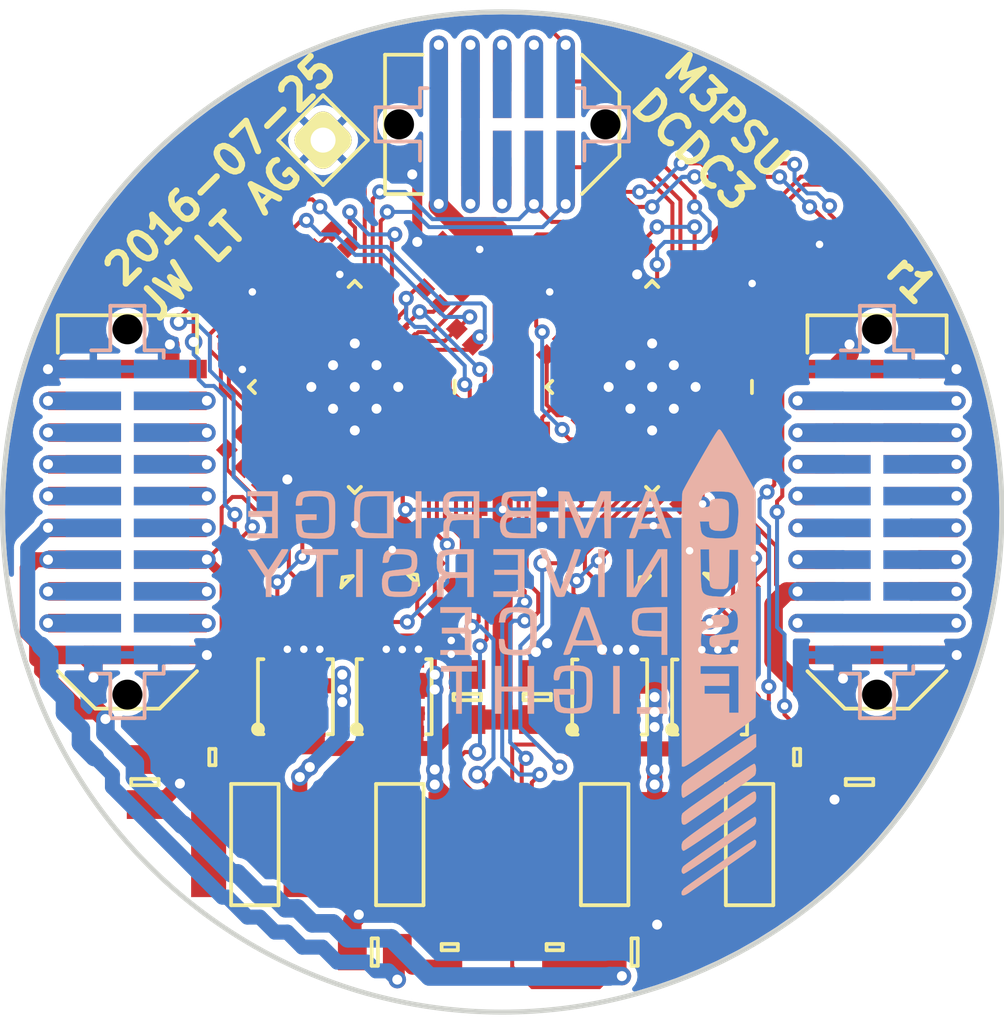
<source format=kicad_pcb>
(kicad_pcb (version 20221018) (generator pcbnew)
  (title_block (title "M3PSU - DC/DC Converter Board 2") (date "2016-06-28") (rev "1") (company "CU Spaceflight") (comment 1 "Drawn by: Levin Tan, Jamie Wood"))
  (layers (0 "F.Cu" signal) (31 "B.Cu" signal) (34 "B.Paste" user) (35 "F.Paste" user) (36 "B.SilkS" user "B.Silkscreen") (37 "F.SilkS" user "F.Silkscreen") (38 "B.Mask" user) (39 "F.Mask" user) (44 "Edge.Cuts" user))
  (net 0 "")
  (net 1 "GND")
  (net 2 "Net-(C2-Pad1)")
  (net 3 "Net-(C2-Pad2)")
  (net 4 "Net-(C3-Pad1)")
  (net 5 "Net-(C3-Pad2)")
  (net 6 "Net-(C13-Pad1)")
  (net 7 "Net-(C6-Pad1)")
  (net 8 "Net-(C6-Pad2)")
  (net 9 "VCC")
  (net 10 "Net-(C8-Pad1)")
  (net 11 "Net-(C8-Pad2)")
  (net 12 "Net-(C12-Pad1)")
  (net 13 "Net-(C10-Pad1)")
  (net 14 "Net-(C11-Pad1)")
  (net 15 "Net-(C11-Pad2)")
  (net 16 "Net-(C12-Pad2)")
  (net 17 "Net-(C14-Pad1)")
  (net 18 "Net-(C17-Pad1)")
  (net 19 "Net-(C17-Pad2)")
  (net 20 "Net-(C18-Pad1)")
  (net 21 "Net-(C18-Pad2)")
  (net 22 "Net-(C19-Pad1)")
  (net 23 "Net-(C21-Pad1)")
  (net 24 "Net-(C21-Pad2)")
  (net 25 "Net-(C23-Pad1)")
  (net 26 "Net-(C23-Pad2)")
  (net 27 "Net-(C24-Pad1)")
  (net 28 "Net-(C25-Pad1)")
  (net 29 "Net-(C26-Pad1)")
  (net 30 "Net-(C26-Pad2)")
  (net 31 "Net-(C27-Pad2)")
  (net 32 "Net-(C29-Pad1)")
  (net 33 "Net-(IC1-Pad8)")
  (net 34 "Net-(IC1-Pad12)")
  (net 35 "Net-(IC1-Pad14)")
  (net 36 "Net-(IC1-Pad16)")
  (net 37 "Net-(IC1-Pad30)")
  (net 38 "Net-(IC1-Pad32)")
  (net 39 "Net-(IC1-Pad36)")
  (net 40 "Net-(IC1-Pad38)")
  (net 41 "Net-(IC2-Pad8)")
  (net 42 "Net-(IC2-Pad12)")
  (net 43 "Net-(IC2-Pad14)")
  (net 44 "Net-(IC2-Pad16)")
  (net 45 "Net-(IC2-Pad30)")
  (net 46 "Net-(IC2-Pad32)")
  (net 47 "Net-(IC2-Pad36)")
  (net 48 "Net-(IC2-Pad38)")
  (net 49 "/JTMS")
  (net 50 "/3v3_RADIO")
  (net 51 "/JTCK")
  (net 52 "/3v3_FC")
  (net 53 "/3v3_PYRO")
  (net 54 "/JTDR")
  (net 55 "/3v3_DL")
  (net 56 "/RSVD1")
  (net 57 "/3v3_AUX1")
  (net 58 "/3v3_AUX2")
  (net 59 "/CAN-")
  (net 60 "/RSVD2")
  (net 61 "/CAN+")
  (net 62 "/JTDI")
  (net 63 "/VBATT")
  (net 64 "3v3")
  (net 65 "/BATT1")
  (net 66 "/BATT2")
  (net 67 "/PYRO_SO")
  (net 68 "/PYRO_SI")
  (net 69 "/5v_RADIO")
  (net 70 "/PYRO1")
  (net 71 "/PYRO2")
  (net 72 "/PYRO3")
  (net 73 "/5v_AUX2")
  (net 74 "/PYRO4")
  (net 75 "/5v_CAM")
  (net 76 "/PWR")
  (net 77 "/CHARGE")
  (net 78 "Net-(L1-Pad1)")
  (net 79 "Net-(L2-Pad2)")
  (net 80 "Net-(L3-Pad1)")
  (net 81 "Net-(L4-Pad2)")
  (net 82 "/5v_IMU")
  (net 83 "/5v_AUX1")
  (net 84 "/3v3_IMU")
  (net 85 "/5v_CAN")
  (net 86 "/SDA")
  (net 87 "/SCL")
  (net 88 "/~{ALERT}")
  (net 89 "Net-(IC1-Pad17)")
  (net 90 "Net-(IC1-Pad18)")
  (net 91 "Net-(IC1-Pad19)")
  (net 92 "Net-(IC1-Pad20)")
  (net 93 "Net-(IC1-Pad21)")
  (net 94 "Net-(IC1-Pad24)")
  (net 95 "Net-(IC2-Pad17)")
  (net 96 "Net-(IC2-Pad18)")
  (net 97 "Net-(IC2-Pad19)")
  (net 98 "Net-(IC2-Pad20)")
  (net 99 "Net-(IC2-Pad21)")
  (net 100 "Net-(IC2-Pad24)")
  (footprint "agg:0805" (layer "F.Cu") (at 114.3 110.8 -90)
    (fp_text reference "C1")
    (fp_text value "22µ")
  )
  (footprint "agg:0402" (layer "F.Cu") (at 109.6 103.3 -135)
    (fp_text reference "C2")
    (fp_text value "100n")
  )
  (footprint "agg:0402" (layer "F.Cu") (at 111.3 90.1 -45)
    (fp_text reference "C3")
    (fp_text value "4n7")
  )
  (footprint "agg:0402" (layer "F.Cu") (at 110.6 90.8 -45)
    (fp_text reference "C5")
    (fp_text value "220p")
  )
  (footprint "agg:0402" (layer "F.Cu") (at 108.8 91.1 135)
    (fp_text reference "C6")
    (fp_text value "47p")
  )
  (footprint "agg:0805" (layer "F.Cu") (at 101.4 107.4 90)
    (fp_text reference "C7")
    (fp_text value "22µ")
  )
  (footprint "agg:0402" (layer "F.Cu") (at 110.25 92.55 135)
    (fp_text reference "C8")
    (fp_text value "47p")
  )
  (footprint "agg:0402" (layer "F.Cu") (at 102.65 98.1 -135)
    (fp_text reference "C9")
    (fp_text value "220p")
  )
  (footprint "agg:0402" (layer "F.Cu") (at 101.6 97.15 -90)
    (fp_text reference "C10")
    (fp_text value "1µ")
  )
  (footprint "agg:0402" (layer "F.Cu") (at 104.3 103.3 135)
    (fp_text reference "C11")
    (fp_text value "100n")
  )
  (footprint "agg:0402" (layer "F.Cu") (at 103.5 98.95 -135)
    (fp_text reference "C12")
    (fp_text value "4n7")
  )
  (footprint "agg:0402" (layer "F.Cu") (at 106.8 100 -135)
    (fp_text reference "C13")
    (fp_text value "100n")
  )
  (footprint "agg:0402" (layer "F.Cu") (at 104.7 89.8 -45)
    (fp_text reference "C14")
    (fp_text value "1µ")
  )
  (footprint "agg:0805" (layer "F.Cu") (at 105.3 117.6)
    (fp_text reference "C15")
    (fp_text value "22µ")
  )
  (footprint "agg:0805" (layer "F.Cu") (at 94.9 117.6 180)
    (fp_text reference "C16")
    (fp_text value "22µ")
  )
  (footprint "agg:0402" (layer "F.Cu") (at 97.7 103.3 -135)
    (fp_text reference "C17")
    (fp_text value "100n")
  )
  (footprint "agg:0402" (layer "F.Cu") (at 98 90.2 -135)
    (fp_text reference "C18")
    (fp_text value "4n7")
  )
  (footprint "agg:0402" (layer "F.Cu") (at 98.7 90.9 -135)
    (fp_text reference "C20")
    (fp_text value "220p")
  )
  (footprint "agg:0402" (layer "F.Cu") (at 97.2 91.4 135)
    (fp_text reference "C21")
    (fp_text value "47p")
  )
  (footprint "agg:0805" (layer "F.Cu") (at 98.6 107.4 90)
    (fp_text reference "C22")
    (fp_text value "22µ")
  )
  (footprint "agg:0402" (layer "F.Cu") (at 98.5 93 135)
    (fp_text reference "C23")
    (fp_text value "47p")
  )
  (footprint "agg:0402" (layer "F.Cu") (at 89.3 97.2 -135)
    (fp_text reference "C24")
    (fp_text value "220p")
  )
  (footprint "agg:0402" (layer "F.Cu") (at 89.3 93.3 -45)
    (fp_text reference "C25")
    (fp_text value "1µ")
  )
  (footprint "agg:0402" (layer "F.Cu") (at 92.4 103.3 135)
    (fp_text reference "C26")
    (fp_text value "100n")
  )
  (footprint "agg:0402" (layer "F.Cu") (at 90 97.9 -135)
    (fp_text reference "C27")
    (fp_text value "4n7")
  )
  (footprint "agg:0402" (layer "F.Cu") (at 94.9 100 -135)
    (fp_text reference "C28")
    (fp_text value "100n")
  )
  (footprint "agg:0402" (layer "F.Cu") (at 92.8 89.8 -45)
    (fp_text reference "C29")
    (fp_text value "1µ")
  )
  (footprint "agg:0805" (layer "F.Cu") (at 85.7 110.8 -90)
    (fp_text reference "C30")
    (fp_text value "22µ")
  )
  (footprint "agg:0603-LED" (layer "F.Cu") (at 108.4 102.6 -135)
    (fp_text reference "D1")
    (fp_text value "SCHOTTKY")
  )
  (footprint "agg:0603-LED" (layer "F.Cu") (at 105.6 102.7 -45)
    (fp_text reference "D2")
    (fp_text value "SCHOTTKY")
  )
  (footprint "agg:0603-LED" (layer "F.Cu") (at 96.5 102.6 -135)
    (fp_text reference "D3")
    (fp_text value "SCHOTTKY")
  )
  (footprint "agg:0603-LED" (layer "F.Cu") (at 93.7 102.7 -45)
    (fp_text reference "D4")
    (fp_text value "SCHOTTKY")
  )
  (footprint "agg:QFN-40-EP-LTC-UJ" (layer "F.Cu") (at 106 95 -135)
    (fp_text reference "IC1")
    (fp_text value "LTC3887")
  )
  (footprint "agg:QFN-40-EP-LTC-UJ" (layer "F.Cu") (at 94.1 95 -135)
    (fp_text reference "IC2")
    (fp_text value "LTC3887")
  )
  (footprint "agg:TFML-110-02-L-D" (layer "F.Cu") (at 85 100 -90)
    (fp_text reference "J1")
    (fp_text value "WEST TOP")
  )
  (footprint "agg:TFML-110-02-L-D" (layer "F.Cu") (at 115 100 -90)
    (fp_text reference "J4")
    (fp_text value "EAST TOP")
  )
  (footprint "agg:TYS5040" (layer "F.Cu") (at 109.9 113.3 180)
    (fp_text reference "L1")
    (fp_text value "10µ")
  )
  (footprint "agg:TYS5040" (layer "F.Cu") (at 104.1 113.3 180)
    (fp_text reference "L2")
    (fp_text value "10µ")
  )
  (footprint "agg:TYS5040" (layer "F.Cu") (at 95.9 113.3)
    (fp_text reference "L3")
    (fp_text value "10µ")
  )
  (footprint "agg:TYS5040" (layer "F.Cu") (at 90.1 113.3 180)
    (fp_text reference "L4")
    (fp_text value "10µ")
  )
  (footprint "agg:PowerPair3x3" (layer "F.Cu") (at 108.3 107.4)
    (fp_text reference "Q1")
    (fp_text value "SiZ340DT")
  )
  (footprint "agg:PowerPair3x3" (layer "F.Cu") (at 104.3 107.4)
    (fp_text reference "Q2")
    (fp_text value "SiZ340DT")
  )
  (footprint "agg:PowerPair3x3" (layer "F.Cu") (at 95.675 107.386)
    (fp_text reference "Q3")
    (fp_text value "SiZ340DT")
  )
  (footprint "agg:PowerPair3x3" (layer "F.Cu") (at 91.725 107.386)
    (fp_text reference "Q4")
    (fp_text value "SiZ340DT")
  )
  (footprint "agg:0603" (layer "F.Cu") (at 111.8 109.8 180)
    (fp_text reference "R1")
    (fp_text value "50m")
  )
  (footprint "agg:0402" (layer "F.Cu") (at 103.3 91.2 -45)
    (fp_text reference "R2")
    (fp_text value "10k")
  )
  (footprint "agg:0402" (layer "F.Cu") (at 109.018198 88.581802 -135)
    (fp_text reference "R3")
    (fp_text value "100")
  )
  (footprint "agg:0402" (layer "F.Cu") (at 112 89.4 135)
    (fp_text reference "R4")
    (fp_text value "4k99")
  )
  (footprint "agg:0402" (layer "F.Cu") (at 109.718198 89.281802 -135)
    (fp_text reference "R6")
    (fp_text value "100")
  )
  (footprint "agg:0402" (layer "F.Cu") (at 102.1 93.4 -135)
    (fp_text reference "R8")
    (fp_text value "24k9")
  )
  (footprint "agg:0402" (layer "F.Cu") (at 114.1 90.7 45)
    (fp_text reference "R9")
    (fp_text value "100")
  )
  (footprint "agg:0402" (layer "F.Cu") (at 102.6 91.9 135)
    (fp_text reference "R10")
    (fp_text value "9k09")
  )
  (footprint "agg:0402" (layer "F.Cu") (at 113.4 90 45)
    (fp_text reference "R11")
    (fp_text value "100")
  )
  (footprint "agg:0402" (layer "F.Cu") (at 102.381802 99.881802 135)
    (fp_text reference "R12")
    (fp_text value "4k99")
  )
  (footprint "agg:0603" (layer "F.Cu") (at 102.1 117.4 -90)
    (fp_text reference "R13")
    (fp_text value "50m")
  )
  (footprint "agg:0603" (layer "F.Cu") (at 97.9 117.4 90)
    (fp_text reference "R14")
    (fp_text value "50m")
  )
  (footprint "agg:0402" (layer "F.Cu") (at 91.4 91.2 -45)
    (fp_text reference "R15")
    (fp_text value "10k")
  )
  (footprint "agg:0402" (layer "F.Cu") (at 98.7 97.5 90)
    (fp_text reference "R16")
    (fp_text value "100")
  )
  (footprint "agg:0402" (layer "F.Cu") (at 97.3 89.5 45)
    (fp_text reference "R17")
    (fp_text value "4k99")
  )
  (footprint "agg:0402" (layer "F.Cu") (at 99.1 99.4 90)
    (fp_text reference "R19")
    (fp_text value "100")
  )
  (footprint "agg:0402" (layer "F.Cu") (at 90 92.6 135)
    (fp_text reference "R21")
    (fp_text value "24k9")
  )
  (footprint "agg:0402" (layer "F.Cu") (at 90.3 88.6 -135)
    (fp_text reference "R22")
    (fp_text value "100")
  )
  (footprint "agg:0402" (layer "F.Cu") (at 90.7 91.9 135)
    (fp_text reference "R23")
    (fp_text value "11k3")
  )
  (footprint "agg:0402" (layer "F.Cu") (at 91 89.3 -135)
    (fp_text reference "R24")
    (fp_text value "100")
  )
  (footprint "agg:0402" (layer "F.Cu") (at 90.7 98.6 45)
    (fp_text reference "R25")
    (fp_text value "4k99")
  )
  (footprint "agg:0603" (layer "F.Cu") (at 88.4 109.8 180)
    (fp_text reference "R26")
    (fp_text value "50m")
  )
  (footprint "agg:0402" (layer "F.Cu") (at 93.5 89.1 -45)
    (fp_text reference "R7")
    (fp_text value "4k99")
  )
  (footprint "agg:0402" (layer "F.Cu") (at 105.4 89.1 -45)
    (fp_text reference "R5")
    (fp_text value "4k99")
  )
  (footprint "agg:TFML-105-02-L-D" (layer "F.Cu") (at 100 84.5)
    (fp_text reference "J3")
    (fp_text value "NORTH TOP")
  )
  (footprint "agg:0402" (layer "F.Cu") (at 95.7 100.8 -135)
    (fp_text reference "C31")
    (fp_text value "100n")
  )
  (footprint "agg:0402" (layer "F.Cu") (at 107.6 100.8 -135)
    (fp_text reference "C32")
    (fp_text value "100n")
  )
  (footprint "agg:0402" (layer "F.Cu") (at 104 90.5 135)
    (fp_text reference "R18")
    (fp_text value "10k")
  )
  (footprint "agg:0402" (layer "F.Cu") (at 92.1 90.5 135)
    (fp_text reference "R20")
    (fp_text value "10k")
  )
  (footprint "agg:0402" (layer "F.Cu") (at 94.3 101.4 135)
    (fp_text reference "C19")
    (fp_text value "4µ7")
  )
  (footprint "agg:0402" (layer "F.Cu") (at 106.2 101.4 135)
    (fp_text reference "C4")
    (fp_text value "4µ7")
  )
  (footprint "agg:SIL-254P-01" (layer "F.Cu") (at 92.83 85.13 45)
    (fp_text reference "REF**")
    (fp_text value "SIL-254P-01")
  )
  (footprint "agg:SFML-110-02-L-D-LC" (layer "B.Cu") (at 85 100 -90)
    (fp_text reference "J2")
    (fp_text value "WEST BOT")
  )
  (footprint "agg:SFML-110-02-L-D-LC" (layer "B.Cu") (at 115 100 -90)
    (fp_text reference "J5")
    (fp_text value "EAST BOT")
  )
  (footprint "agg:SFML-105-02-L-D-LC" (layer "B.Cu") (at 100 84.5)
    (fp_text reference "J6")
    (fp_text value "NORTH BOT")
  )
  (footprint "m3psu:cusf_logo_full" (layer "B.Cu") (at 100 106 180)
    (fp_text reference "G***" hide)
    (fp_text value "LOGO" hide)
  )
  (gr_circle (center 100 100) (end 120 100) (stroke (width 0.2)) (fill none) (layer "Edge.Cuts"))
  (gr_text "2016-07-25\nJW LT AG" (at 85 91.4 45) (layer "F.SilkS") (effects (font (size 1.2 1.2) (thickness 0.25)) (justify left)))
  (gr_text "r1" (at 116.38 90.68 315) (layer "F.SilkS") (effects (font (size 1.2 1.2) (thickness 0.25))))
  (gr_text "M3PSU\nDCDC3" (at 108.31 84.83 315) (layer "F.SilkS") (effects (font (size 1.2 1.2) (thickness 0.25))))
  (segment (start 109.275 106.014) (end 109.275 105.515) (width 0.4) (layer "F.Cu") (net 1))
  (segment (start 95.35 106) (end 95.35 105.5) (width 0.4) (layer "F.Cu") (net 1))
  (segment (start 95.381802 101.118198) (end 95.418198 101.118198) (width 0.16) (layer "F.Cu") (net 1))
  (segment (start 113.5 111.7) (end 113.3 111.5) (width 0.6) (layer "F.Cu") (net 1))
  (segment (start 94.363604 100.7) (end 94.3 100.7) (width 0.16) (layer "F.Cu") (net 1))
  (segment (start 89.618198 93.618198) (end 89.618198 93.881802) (width 0.16) (layer "F.Cu") (net 1))
  (segment (start 113.64 106.07) (end 113.285 105.715) (width 0.6) (layer "F.Cu") (net 1))
  (segment (start 102.063604 98.686396) (end 102.063604 98.736396) (width 0.6) (layer "F.Cu") (net 1))
  (segment (start 96.981802 89.581802) (end 96.6 89.2) (width 0.4) (layer "F.Cu") (net 1))
  (segment (start 96.65 106) (end 96.65 105.49) (width 0.4) (layer "F.Cu") (net 1))
  (segment (start 85.7 111.7) (end 86.26 111.7) (width 0.6) (layer "F.Cu") (net 1))
  (segment (start 97.7416 95.459619) (end 97.281981 95) (width 0.16) (layer "F.Cu") (net 1))
  (segment (start 93.118198 90.118198) (end 93.5 90.5) (width 0.16) (layer "F.Cu") (net 1))
  (segment (start 95.381802 101.118198) (end 95.381802 101.281802) (width 0.16) (layer "F.Cu") (net 1))
  (segment (start 86.715 105.715) (end 88.175 105.715) (width 0.4) (layer "F.Cu") (net 1))
  (segment (start 101.6 97.6) (end 101.6 97.686396) (width 0.16) (layer "F.Cu") (net 1))
  (segment (start 106.1 100.6) (end 106.05 100.55) (width 0.16) (layer "F.Cu") (net 1))
  (segment (start 95.381802 101.281802) (end 95.6 101.5) (width 0.16) (layer "F.Cu") (net 1))
  (segment (start 116.715 105.715) (end 118.185 105.715) (width 0.74) (layer "F.Cu") (net 1))
  (segment (start 88.175 105.715) (end 88.18 105.72) (width 0.4) (layer "F.Cu") (net 1))
  (segment (start 107.52028 97.58094) (end 106.678823 96.739483) (width 0.16) (layer "F.Cu") (net 1))
  (segment (start 109.181981 95) (end 106 95) (width 0.16) (layer "F.Cu") (net 1))
  (segment (start 109.275 105.515) (end 109.28 105.51) (width 0.4) (layer "F.Cu") (net 1))
  (segment (start 101.6 99.2) (end 101.6 100.6) (width 0.6) (layer "F.Cu") (net 1))
  (segment (start 93.981802 101.081802) (end 93.981802 101.118198) (width 0.16) (layer "F.Cu") (net 1))
  (segment (start 106.1 100.7) (end 106.1 100.6) (width 0.16) (layer "F.Cu") (net 1))
  (segment (start 83.64 106.07) (end 83.285 105.715) (width 0.74) (layer "F.Cu") (net 1))
  (segment (start 102.063604 98.736396) (end 101.6 99.2) (width 0.6) (layer "F.Cu") (net 1))
  (segment (start 113.9 93.3) (end 113.9 93.67) (width 0.74) (layer "F.Cu") (net 1))
  (segment (start 110.281802 90.584012) (end 110.0035 90.862314) (width 0.16) (layer "F.Cu") (net 1))
  (segment (start 112.318198 89.718198) (end 112.318198 89.681802) (width 0.16) (layer "F.Cu") (net 1))
  (segment (start 97.96 105.69) (end 97.96 105.14) (width 0.4) (layer "F.Cu") (net 1))
  (segment (start 109.6416 95.459619) (end 109.181981 95) (width 0.16) (layer "F.Cu") (net 1))
  (segment (start 86.26 111.7) (end 87.1 110.86) (width 0.6) (layer "F.Cu") (net 1))
  (segment (start 106.1 100.7) (end 106.481802 100.318198) (width 0.16) (layer "F.Cu") (net 1))
  (segment (start 96.6 86.7) (end 96.4 86.5) (width 0.4) (layer "F.Cu") (net 1))
  (segment (start 91.018198 98.281802) (end 91.018198 98.318198) (width 0.16) (layer "F.Cu") (net 1))
  (segment (start 94.1 96.06066) (end 94.1 95) (width 0.16) (layer "F.Cu") (net 1))
  (segment (start 88.981802 97.518198) (end 88.981802 98.29603) (width 0.16) (layer "F.Cu") (net 1))
  (segment (start 92.332233 95) (end 94.1 95) (width 0.16) (layer "F.Cu") (net 1))
  (segment (start 96.6 89.2) (end 96.6 86.7) (width 0.4) (layer "F.Cu") (net 1))
  (segment (start 90.503386 99.596614) (end 91.050001 99.049999) (width 0.16) (layer "F.Cu") (net 1))
  (segment (start 83.64 106.62) (end 83.64 106.07) (width 0.74) (layer "F.Cu") (net 1))
  (segment (start 99.018198 89.581802) (end 99.1 89.5) (width 0.16) (layer "F.Cu") (net 1))
  (segment (start 104.232233 95) (end 106 95) (width 0.16) (layer "F.Cu") (net 1))
  (segment (start 94 116.36) (end 94.26 116.1) (width 0.74) (layer "F.Cu") (net 1))
  (segment (start 112.318198 89.681802) (end 112.7 89.3) (width 0.16) (layer "F.Cu") (net 1))
  (segment (start 90.381802 91.581802) (end 90 91.2) (width 0.16) (layer "F.Cu") (net 1))
  (segment (start 94.3 100.7) (end 94.1 100.5) (width 0.16) (layer "F.Cu") (net 1))
  (segment (start 106.2 117.6) (end 106.2 116.5) (width 0.6) (layer "F.Cu") (net 1))
  (segment (start 92.7 106) (end 92.7 105.49) (width 0.4) (layer "F.Cu") (net 1))
  (segment (start 96.981802 89.818198) (end 96.981802 89.581802) (width 0.4) (layer "F.Cu") (net 1))
  (segment (start 103.975 105.525) (end 104 105.5) (width 0.4) (layer "F.Cu") (net 1))
  (segment (start 91.050001 99.049999) (end 91.4 98.7) (width 0.16) (layer "F.Cu") (net 1))
  (segment (start 92.05 106) (end 92.05 105.5) (width 0.4) (layer "F.Cu") (net 1))
  (segment (start 101.6 97.686396) (end 102.331802 98.418198) (width 0.16) (layer "F.Cu") (net 1))
  (segment (start 91.018198 98.318198) (end 91.4 98.7) (width 0.16) (layer "F.Cu") (net 1))
  (segment (start 95.35 105.5) (end 95.36 105.49) (width 0.4) (layer "F.Cu") (net 1))
  (segment (start 98.6 106.33) (end 97.96 105.69) (width 0.4) (layer "F.Cu") (net 1))
  (segment (start 83.285 105.715) (end 86.715 105.715) (width 0.74) (layer "F.Cu") (net 1))
  (segment (start 101.4 105.65) (end 101.35 105.6) (width 0.6) (layer "F.Cu") (net 1))
  (segment (start 98.6 106.5) (end 98.6 106.33) (width 0.4) (layer "F.Cu") (net 1))
  (segment (start 101.4 105.65) (end 101.8 105.25) (width 0.6) (layer "F.Cu") (net 1))
  (segment (start 96.574874 95) (end 94.1 95) (width 0.16) (layer "F.Cu") (net 1))
  (segment (start 113.285 94.285) (end 116.715 94.285) (width 0.74) (layer "F.Cu") (net 1))
  (segment (start 102.331802 98.418198) (end 102.063604 98.686396) (width 0.6) (layer "F.Cu") (net 1))
  (segment (start 94.1 96.767767) (end 94.1 95) (width 0.16) (layer "F.Cu") (net 1))
  (segment (start 86.715 93.315) (end 86.7 93.3) (width 0.74) (layer "F.Cu") (net 1))
  (segment (start 104.625 106.014) (end 104.625 105.515) (width 0.4) (layer "F.Cu") (net 1))
  (segment (start 94.581802 100.481802) (end 94.363604 100.7) (width 0.16) (layer "F.Cu") (net 1))
  (segment (start 97.388047 94.186827) (end 96.574874 95) (width 0.16) (layer "F.Cu") (net 1))
  (segment (start 116.72 94.29) (end 116.715 94.285) (width 0.74) (layer "F.Cu") (net 1))
  (segment (start 108.474874 95) (end 106 95) (width 0.16) (layer "F.Cu") (net 1))
  (segment (start 109.288047 94.186827) (end 108.474874 95) (width 0.16) (layer "F.Cu") (net 1))
  (segment (start 108.625 105.515) (end 108.63 105.51) (width 0.4) (layer "F.Cu") (net 1))
  (segment (start 97.281981 95) (end 94.1 95) (width 0.16) (layer "F.Cu") (net 1))
  (segment (start 91.165507 96.166726) (end 92.332233 95) (width 0.16) (layer "F.Cu") (net 1))
  (segment (start 113.285 105.715) (end 116.715 105.715) (width 0.74) (layer "F.Cu") (net 1))
  (segment (start 106.678823 96.739483) (end 106 96.739483) (width 0.16) (layer "F.Cu") (net 1))
  (segment (start 99.018198 90.581802) (end 99.018198 89.581802) (width 0.16) (layer "F.Cu") (net 1))
  (segment (start 83.285 94.285) (end 86.715 94.285) (width 0.74) (layer "F.Cu") (net 1))
  (segment (start 89.618198 94.281802) (end 89.6 94.3) (width 0.16) (layer "F.Cu") (net 1))
  (segment (start 103.065507 96.166726) (end 104.232233 95) (width 0.16) (layer "F.Cu") (net 1))
  (segment (start 105.881802 100.918198) (end 106.1 100.7) (width 0.16) (layer "F.Cu") (net 1))
  (segment (start 105.275 105.515) (end 105.28 105.51) (width 0.4) (layer "F.Cu") (net 1))
  (segment (start 113.9 93.67) (end 113.285 94.285) (width 0.74) (layer "F.Cu") (net 1))
  (segment (start 104.625 105.515) (end 104.63 105.51) (width 0.4) (layer "F.Cu") (net 1))
  (segment (start 105.018198 90.118198) (end 105.4 90.5) (width 0.16) (layer "F.Cu") (net 1))
  (segment (start 94 117.6) (end 94 116.36) (width 0.74) (layer "F.Cu") (net 1))
  (segment (start 101.4 106.5) (end 101.4 105.65) (width 0.6) (layer "F.Cu") (net 1))
  (segment (start 118.185 105.715) (end 118.19 105.72) (width 0.74) (layer "F.Cu") (net 1))
  (segment (start 92.05 105.5) (end 92.06 105.49) (width 0.4) (layer "F.Cu") (net 1))
  (segment (start 94.363604 100.7) (end 93.981802 101.081802) (width 0.16) (layer "F.Cu") (net 1))
  (segment (start 96.881802 90.018198) (end 96.85646 90.018198) (width 0.16) (layer "F.Cu") (net 1))
  (segment (start 96 106) (end 96 105.5) (width 0.4) (layer "F.Cu") (net 1))
  (segment (start 105.881802 101.081802) (end 105.881802 100.918198) (width 0.16) (layer "F.Cu") (net 1))
  (segment (start 104.833274 97.934493) (end 106 96.767767) (width 0.16) (layer "F.Cu") (net 1))
  (segment (start 83.28 94.29) (end 83.285 94.285) (width 0.4) (layer "F.Cu") (net 1))
  (segment (start 107.975 105.525) (end 107.99 105.51) (width 0.4) (layer "F.Cu") (net 1))
  (segment (start 86.715 94.285) (end 86.715 93.315) (width 0.74) (layer "F.Cu") (net 1))
  (segment (start 88.981802 98.29603) (end 90.282386 99.596614) (width 0.16) (layer "F.Cu") (net 1))
  (segment (start 105.275 106.014) (end 105.275 105.515) (width 0.4) (layer "F.Cu") (net 1))
  (segment (start 90.282386 99.596614) (end 90.503386 99.596614) (width 0.16) (layer "F.Cu") (net 1))
  (segment (start 103.975 106.014) (end 103.975 105.525) (width 0.4) (layer "F.Cu") (net 1))
  (segment (start 101.8 106.1) (end 101.4 106.5) (width 0.6) (layer "F.Cu") (net 1))
  (segment (start 118.18 94.29) (end 116.72 94.29) (width 0.74) (layer "F.Cu") (net 1))
  (segment (start 89.618198 93.618198) (end 89.618198 94.281802) (width 0.16) (layer "F.Cu") (net 1))
  (segment (start 107.281802 101.331802) (end 107.5 101.55) (width 0.16) (layer "F.Cu") (net 1))
  (segment (start 102.281802 91.581802) (end 101.9 91.2) (width 0.16) (layer "F.Cu") (net 1))
  (segment (start 91.4 106) (end 91.4 105.49) (width 0.4) (layer "F.Cu") (net 1))
  (segment (start 102.063604 98.686396) (end 102.063604 99.563604) (width 0.6) (layer "F.Cu") (net 1))
  (segment (start 110.281802 90.481802) (end 110.281802 90.584012) (width 0.16) (layer "F.Cu") (net 1))
  (segment (start 114.3 111.7) (end 113.5 111.7) (width 0.6) (layer "F.Cu") (net 1))
  (segment (start 93.118198 90.118198) (end 93.118198 90.081802) (width 0.16) (layer "F.Cu") (net 1))
  (segment (start 107.975 106.014) (end 107.975 105.525) (width 0.4) (layer "F.Cu") (net 1))
  (segment (start 108.625 106.014) (end 108.625 105.515) (width 0.4) (layer "F.Cu") (net 1))
  (segment (start 113.64 106.66) (end 113.64 106.07) (width 0.6) (layer "F.Cu") (net 1))
  (segment (start 92.933274 97.934493) (end 94.1 96.767767) (width 0.16) (layer "F.Cu") (net 1))
  (segment (start 81.82 94.29) (end 83.28 94.29) (width 0.4) (layer "F.Cu") (net 1))
  (segment (start 101.8 105.25) (end 101.8 106.1) (width 0.6) (layer "F.Cu") (net 1))
  (segment (start 95.62028 97.58094) (end 94.1 96.06066) (width 0.16) (layer "F.Cu") (net 1))
  (segment (start 106 96.767767) (end 106 95) (width 0.16) (layer "F.Cu") (net 1))
  (segment (start 107.281802 101.118198) (end 107.281802 101.331802) (width 0.16) (layer "F.Cu") (net 1))
  (segment (start 96.981802 89.818198) (end 96.881802 89.818198) (width 0.16) (layer "F.Cu") (net 1))
  (via (at 110.0035 90.862314) (size 0.6) (drill 0.3) (layers "F.Cu" "B.Cu") (net 1))
  (via (at 105.4 90.5) (size 0.7) (drill 0.4) (layers "F.Cu" "B.Cu") (net 1))
  (via (at 96 105.5) (size 0.6) (drill 0.3) (layers "F.Cu" "B.Cu") (net 1))
  (via (at 83.64 106.62) (size 0.7) (drill 0.4) (layers "F.Cu" "B.Cu") (net 1))
  (via (at 109.28 105.51) (size 0.6) (drill 0.3) (layers "F.Cu" "B.Cu") (net 1))
  (via (at 87.1 110.86) (size 0.7) (drill 0.4) (layers "F.Cu" "B.Cu") (net 1))
  (via (at 94.26 116.1) (size 0.7) (drill 0.4) (layers "F.Cu" "B.Cu") (net 1))
  (via (at 118.19 105.72) (size 0.7) (drill 0.4) (layers "F.Cu" "B.Cu") (net 1))
  (via (at 92.06 105.49) (size 0.6) (drill 0.3) (layers "F.Cu" "B.Cu") (net 1))
  (via (at 101.35 105.6) (size 0.7) (drill 0.4) (layers "F.Cu" "B.Cu") (net 1))
  (via (at 105.28 105.51) (size 0.7) (drill 0.4) (layers "F.Cu" "B.Cu") (net 1))
  (via (at 101.9 91.2) (size 0.6) (drill 0.3) (layers "F.Cu" "B.Cu") (net 1))
  (via (at 96.4 86.5) (size 0.7) (drill 0.4) (layers "F.Cu" "B.Cu") (net 1))
  (via (at 106.2 116.5) (size 0.7) (drill 0.4) (layers "F.Cu" "B.Cu") (net 1))
  (via (at 104.63 105.51) (size 0.7) (drill 0.4) (layers "F.Cu" "B.Cu") (net 1))
  (via (at 97.96 105.69) (size 0.6) (drill 0.3) (layers "F.Cu" "B.Cu") (net 1))
  (via (at 106.05 100.55) (size 0.6) (drill 0.3) (layers "F.Cu" "B.Cu") (net 1))
  (via (at 113.3 111.5) (size 0.7) (drill 0.4) (layers "F.Cu" "B.Cu") (net 1))
  (via (at 107.5 101.55) (size 0.6) (drill 0.3) (layers "F.Cu" "B.Cu") (net 1))
  (via (at 81.82 94.29) (size 0.7) (drill 0.4) (layers "F.Cu" "B.Cu") (net 1))
  (via (at 89.6 94.3) (size 0.6) (drill 0.3) (layers "F.Cu" "B.Cu") (net 1))
  (via (at 94.1 100.5) (size 0.6) (drill 0.3) (layers "F.Cu" "B.Cu") (net 1))
  (via (at 90 91.2) (size 0.6) (drill 0.3) (layers "F.Cu" "B.Cu") (net 1))
  (via (at 96.65 105.49) (size 0.6) (drill 0.3) (layers "F.Cu" "B.Cu") (net 1))
  (via (at 86.7 93.3) (size 0.7) (drill 0.4) (layers "F.Cu" "B.Cu") (net 1))
  (via (at 101.6 100.6) (size 0.7) (drill 0.4) (layers "F.Cu" "B.Cu") (net 1))
  (via (at 88.18 105.72) (size 0.7) (drill 0.4) (layers "F.Cu" "B.Cu") (net 1))
  (via (at 113.9 93.3) (size 0.7) (drill 0.4) (layers "F.Cu" "B.Cu") (net 1))
  (via (at 95.36 105.49) (size 0.6) (drill 0.3) (layers "F.Cu" "B.Cu") (net 1))
  (via (at 101.8 105.25) (size 0.7) (drill 0.4) (layers "F.Cu" "B.Cu") (net 1))
  (via (at 107.99 105.51) (size 0.6) (drill 0.3) (layers "F.Cu" "B.Cu") (net 1))
  (via (at 112.7 89.3) (size 0.6) (drill 0.3) (layers "F.Cu" "B.Cu") (net 1))
  (via (at 99.1 89.5) (size 0.6) (drill 0.3) (layers "F.Cu" "B.Cu") (net 1))
  (via (at 93.5 90.5) (size 0.6) (drill 0.3) (layers "F.Cu" "B.Cu") (net 1))
  (via (at 92.7 105.49) (size 0.6) (drill 0.3) (layers "F.Cu" "B.Cu") (net 1))
  (via (at 91.4 105.49) (size 0.6) (drill 0.3) (layers "F.Cu" "B.Cu") (net 1))
  (via (at 108.63 105.51) (size 0.6) (drill 0.3) (layers "F.Cu" "B.Cu") (net 1))
  (via (at 91.4 98.7) (size 0.7) (drill 0.4) (layers "F.Cu" "B.Cu") (net 1))
  (via (at 118.18 94.29) (size 0.7) (drill 0.4) (layers "F.Cu" "B.Cu") (net 1))
  (via (at 104 105.5) (size 0.7) (drill 0.4) (layers "F.Cu" "B.Cu") (net 1))
  (via (at 95.6 101.5) (size 0.6) (drill 0.3) (layers "F.Cu" "B.Cu") (net 1))
  (via (at 113.64 106.66) (size 0.7) (drill 0.4) (layers "F.Cu" "B.Cu") (net 1))
  (via (at 97.96 105.14) (size 0.6) (drill 0.3) (layers "F.Cu" "B.Cu") (net 1))
  (via (at 96.6 89.2) (size 0.7) (drill 0.4) (layers "F.Cu" "B.Cu") (net 1))
  (via (at 101.6 99.2) (size 0.7) (drill 0.4) (layers "F.Cu" "B.Cu") (net 1))
  (segment (start 83.635 105.715) (end 83.635 106.615) (width 0.74) (layer "B.Cu") (net 1))
  (segment (start 86.37 105.72) (end 86.365 105.715) (width 0.4) (layer "B.Cu") (net 1))
  (segment (start 118.19 105.72) (end 116.37 105.72) (width 0.74) (layer "B.Cu") (net 1))
  (segment (start 113.635 105.715) (end 113.635 106.655) (width 0.74) (layer "B.Cu") (net 1))
  (segment (start 116.365 94.285) (end 118.175 94.285) (width 0.74) (layer "B.Cu") (net 1))
  (segment (start 88.18 105.72) (end 86.37 105.72) (width 0.7) (layer "B.Cu") (net 1))
  (segment (start 81.825 94.285) (end 81.82 94.29) (width 0.4) (layer "B.Cu") (net 1))
  (segment (start 83.635 106.615) (end 83.64 106.62) (width 0.74) (layer "B.Cu") (net 1))
  (segment (start 113.635 106.655) (end 113.64 106.66) (width 0.74) (layer "B.Cu") (net 1))
  (segment (start 83.635 94.285) (end 81.825 94.285) (width 0.7) (layer "B.Cu") (net 1))
  (segment (start 83.63 105.72) (end 83.635 105.715) (width 0.4) (layer "B.Cu") (net 1))
  (segment (start 116.37 105.72) (end 116.365 105.715) (width 0.74) (layer "B.Cu") (net 1))
  (segment (start 118.175 94.285) (end 118.18 94.29) (width 0.74) (layer "B.Cu") (net 1))
  (segment (start 110.640001 102.259999) (end 110.208111 102.691889) (width 0.16) (layer "F.Cu") (net 2))
  (segment (start 109.685 106.966) (end 110 106.651) (width 0.16) (layer "F.Cu") (net 2))
  (segment (start 108.3 106.966) (end 109.529002 106.966) (width 0.6) (layer "F.Cu") (net 2))
  (segment (start 109.606244 96.13137) (end 109.606244 99.943756) (width 0.16) (layer "F.Cu") (net 2))
  (segment (start 109.606244 99.943756) (end 109.605705 99.944295) (width 0.16) (layer "F.Cu") (net 2))
  (segment (start 110.064999 109.885001) (end 108.05 111.9) (width 0.6) (layer "F.Cu") (net 2))
  (segment (start 108.3 106.966) (end 109.685 106.966) (width 0.16) (layer "F.Cu") (net 2))
  (segment (start 109.605705 99.944295) (end 109.605705 100.556503) (width 0.16) (layer "F.Cu") (net 2))
  (segment (start 109.529002 106.966) (end 110.064999 107.501997) (width 0.6) (layer "F.Cu") (net 2))
  (segment (start 110 103.063604) (end 109.918198 102.981802) (width 0.16) (layer "F.Cu") (net 2))
  (segment (start 110.064999 107.501997) (end 110.064999 109.885001) (width 0.6) (layer "F.Cu") (net 2))
  (segment (start 110 106.651) (end 110 103.063604) (width 0.16) (layer "F.Cu") (net 2))
  (segment (start 108.05 111.9) (end 108.05 113.3) (width 0.6) (layer "F.Cu") (net 2))
  (segment (start 109.605705 100.556503) (end 110.640001 101.590799) (width 0.16) (layer "F.Cu") (net 2))
  (segment (start 110.208111 102.691889) (end 109.918198 102.981802) (width 0.16) (layer "F.Cu") (net 2))
  (segment (start 109.288047 95.813173) (end 109.606244 96.13137) (width 0.16) (layer "F.Cu") (net 2))
  (segment (start 110.640001 101.590799) (end 110.640001 102.259999) (width 0.16) (layer "F.Cu") (net 2))
  (segment (start 108.965685 96.905025) (end 108.965685 102.034315) (width 0.16) (layer "F.Cu") (net 3))
  (segment (start 108.965685 102.034315) (end 109.239782 102.308412) (width 0.16) (layer "F.Cu") (net 3))
  (segment (start 108.58094 96.52028) (end 108.965685 96.905025) (width 0.16) (layer "F.Cu") (net 3))
  (segment (start 109.239782 103.576178) (end 109.281802 103.618198) (width 0.16) (layer "F.Cu") (net 3))
  (segment (start 109.239782 102.308412) (end 109.239782 103.576178) (width 0.16) (layer "F.Cu") (net 3))
  (segment (start 111.681802 89.081802) (end 110.981802 89.781802) (width 0.16) (layer "F.Cu") (net 4))
  (segment (start 109.961664 91.408111) (end 110.628285 91.408111) (width 0.16) (layer "F.Cu") (net 5))
  (segment (start 110.628285 91.408111) (end 110.918198 91.118198) (width 0.16) (layer "F.Cu") (net 5))
  (segment (start 108.227386 93.126167) (end 109.953553 91.4) (width 0.16) (layer "F.Cu") (net 5))
  (segment (start 110.918198 91.118198) (end 111.618198 90.418198) (width 0.16) (layer "F.Cu") (net 5))
  (segment (start 109.953553 91.4) (end 109.961664 91.408111) (width 0.16) (layer "F.Cu") (net 5))
  (segment (start 107.408111 99.971715) (end 107.408111 100.214057) (width 0.16) (layer "F.Cu") (net 6))
  (segment (start 106.560218 101.676178) (end 106.518198 101.718198) (width 0.16) (layer "F.Cu") (net 6))
  (segment (start 107.408111 99.391889) (end 107.118198 99.681802) (width 0.16) (layer "F.Cu") (net 6))
  (segment (start 107.1 102.3) (end 107.834315 103.034315) (width 0.4) (layer "F.Cu") (net 6))
  (segment (start 107.7 99.1) (end 107.408111 99.391889) (width 0.16) (layer "F.Cu") (net 6))
  (segment (start 107.834315 103.034315) (end 107.834315 103.165685) (width 0.16) (layer "F.Cu") (net 6))
  (segment (start 106.560218 101.039782) (end 106.560218 101.676178) (width 0.16) (layer "F.Cu") (net 6))
  (segment (start 107.7 98.467767) (end 107.7 99.1) (width 0.16) (layer "F.Cu") (net 6))
  (segment (start 106.603386 101.018782) (end 106.581218 101.018782) (width 0.16) (layer "F.Cu") (net 6))
  (segment (start 107.118198 99.681802) (end 107.408111 99.971715) (width 0.16) (layer "F.Cu") (net 6))
  (segment (start 107.1 102.33137) (end 106.165685 103.265685) (width 0.4) (layer "F.Cu") (net 6))
  (segment (start 107.166726 97.934493) (end 107.7 98.467767) (width 0.16) (layer "F.Cu") (net 6))
  (segment (start 106.518198 101.718198) (end 107.1 102.3) (width 0.4) (layer "F.Cu") (net 6))
  (segment (start 107.408111 100.214057) (end 106.603386 101.018782) (width 0.16) (layer "F.Cu") (net 6))
  (segment (start 106.581218 101.018782) (end 106.560218 101.039782) (width 0.16) (layer "F.Cu") (net 6))
  (segment (start 107.1 102.3) (end 107.1 102.33137) (width 0.16) (layer "F.Cu") (net 6))
  (segment (start 109.408111 89.608111) (end 109.4 89.6) (width 0.16) (layer "F.Cu") (net 7))
  (segment (start 109.118198 91.418198) (end 109.408111 91.128285) (width 0.16) (layer "F.Cu") (net 7))
  (segment (start 109.118198 91.528249) (end 109.118198 91.418198) (width 0.16) (layer "F.Cu") (net 7))
  (segment (start 109.408111 91.128285) (end 109.408111 89.608111) (width 0.16) (layer "F.Cu") (net 7))
  (segment (start 107.873833 92.772614) (end 109.118198 91.528249) (width 0.16) (layer "F.Cu") (net 7))
  (segment (start 108.4 91.53934) (end 108.4 90.863604) (width 0.16) (layer "F.Cu") (net 8))
  (segment (start 108.481802 90.781802) (end 108.481802 89.118198) (width 0.16) (layer "F.Cu") (net 8))
  (segment (start 108.4 90.863604) (end 108.481802 90.781802) (width 0.16) (layer "F.Cu") (net 8))
  (segment (start 108.481802 89.118198) (end 108.7 88.9) (width 0.16) (layer "F.Cu") (net 8))
  (segment (start 107.52028 92.41906) (end 108.4 91.53934) (width 0.16) (layer "F.Cu") (net 8))
  (segment (start 92.688801 109.389999) (end 92 109.389999) (width 0.6) (layer "F.Cu") (net 9))
  (segment (start 105.275 108.786) (end 105.275 108.425) (width 0.4) (layer "F.Cu") (net 9))
  (segment (start 91.4 108.772) (end 91.4 108.382) (width 0.4) (layer "F.Cu") (net 9))
  (segment (start 91.435001 109.314999) (end 91.435001 108.772) (width 0.6) (layer "F.Cu") (net 9))
  (segment (start 97.46 87.68) (end 97.46 86.215) (width 0.74) (layer "F.Cu") (net 9))
  (segment (start 100.016614 98.483386) (end 100.016614 99.9) (width 0.8) (layer "F.Cu") (net 9))
  (segment (start 97.46 87.68) (end 97.46 87.756802) (width 0.8) (layer "F.Cu") (net 9))
  (segment (start 100.016614 101.15) (end 100.016614 107.8) (width 0.8) (layer "F.Cu") (net 9))
  (segment (start 109.275 108.425) (end 108.921 108.071) (width 0.4) (layer "F.Cu") (net 9))
  (segment (start 105.275 108.786) (end 105.275 109.411) (width 0.4) (layer "F.Cu") (net 9))
  (segment (start 108.19203 97.545583) (end 108.19203 98.20797) (width 0.16) (layer "F.Cu") (net 9))
  (segment (start 103.975 108.786) (end 103.975 108.396) (width 0.4) (layer "F.Cu") (net 9))
  (segment (start 104.625 108.396) (end 104.3 108.071) (width 0.4) (layer "F.Cu") (net 9))
  (segment (start 104.921 108.071) (end 104.3 108.071) (width 0.4) (layer "F.Cu") (net 9))
  (segment (start 98.357 108.057) (end 98.6 108.3) (width 0.6) (layer "F.Cu") (net 9))
  (segment (start 109.275 109.225) (end 109.275 108.786) (width 0.6) (layer "F.Cu") (net 9))
  (segment (start 97.46 87.756802) (end 98.313208 88.61001) (width 0.8) (layer "F.Cu") (net 9))
  (segment (start 105.3 109.436) (end 105.3 109.475) (width 0.4) (layer "F.Cu") (net 9))
  (segment (start 95.35 108.772) (end 95.35 108.35) (width 0.4) (layer "F.Cu") (net 9))
  (segment (start 98.6 108.3) (end 99.916614 108.3) (width 0.8) (layer "F.Cu") (net 9))
  (segment (start 95.4 109.457001) (end 96 109.457001) (width 0.6) (layer "F.Cu") (net 9))
  (segment (start 100.016614 93.5) (end 100.016614 96.4) (width 0.8) (layer "F.Cu") (net 9))
  (segment (start 100.016614 99.9) (end 100.016614 100.6) (width 0.8) (layer "F.Cu") (net 9))
  (segment (start 91.510001 109.389999) (end 91.435001 109.314999) (width 0.6) (layer "F.Cu") (net 9))
  (segment (start 105.275 108.425) (end 104.921 108.071) (width 0.4) (layer "F.Cu") (net 9))
  (segment (start 100.12 100.496614) (end 100.016614 100.6) (width 0.16) (layer "F.Cu") (net 9))
  (segment (start 96 108.067) (end 96.01 108.057) (width 0.4) (layer "F.Cu") (net 9))
  (segment (start 92.05 108.097) (end 92.09 108.057) (width 0.4) (layer "F.Cu") (net 9))
  (segment (start 92.755803 109.457001) (end 92.688801 109.389999) (width 0.6) (layer "F.Cu") (net 9))
  (segment (start 108.02001 100.37999) (end 107.918198 100.481802) (width 0.16) (layer "F.Cu") (net 9))
  (segment (start 95.35 109.407001) (end 95.4 109.457001) (width 0.4) (layer "F.Cu") (net 9))
  (segment (start 100.016614 88.916614) (end 100.016614 93.5) (width 0.8) (layer "F.Cu") (net 9))
  (segment (start 96.29203 97.743592) (end 96.29203 97.545583) (width 0.16) (layer "F.Cu") (net 9))
  (segment (start 96.6 109.457001) (end 97.242999 109.457001) (width 0.6) (layer "F.Cu") (net 9))
  (segment (start 108.921 108.071) (end 108.3 108.071) (width 0.4) (layer "F.Cu") (net 9))
  (segment (start 99.614778 88.61001) (end 99.71001 88.61001) (width 0.8) (layer "F.Cu") (net 9))
  (segment (start 97.46 82.785) (end 97.46 86.215) (width 0.74) (layer "F.Cu") (net 9))
  (segment (start 92.05 108.772) (end 92.05 108.097) (width 0.4) (layer "F.Cu") (net 9))
  (segment (start 96.018198 98.017424) (end 96.29203 97.743592) (width 0.16) (layer "F.Cu") (net 9))
  (segment (start 100.016614 100.6) (end 100.016614 101.15) (width 0.8) (layer "F.Cu") (net 9))
  (segment (start 108.02001 98.37999) (end 108.02001 99.68) (width 0.16) (layer "F.Cu") (net 9))
  (segment (start 96.65 108.772) (end 96.65 108.117) (width 0.4) (layer "F.Cu") (net 9))
  (segment (start 96.018198 98.9) (end 96.018198 99.798198) (width 0.16) (layer "F.Cu") (net 9))
  (segment (start 104.625 109.411) (end 104.561 109.475) (width 0.4) (layer "F.Cu") (net 9))
  (segment (start 91.725 108.057) (end 92.09 108.057) (width 0.6) (layer "F.Cu") (net 9))
  (segment (start 97.242999 109.457001) (end 98.4 108.3) (width 0.6) (layer "F.Cu") (net 9))
  (segment (start 92.05 108.772) (end 92.05 109.339999) (width 0.4) (layer "F.Cu") (net 9))
  (segment (start 96 108.772) (end 96 108.067) (width 0.4) (layer "F.Cu") (net 9))
  (segment (start 96.65 108.117) (end 96.71 108.057) (width 0.4) (layer "F.Cu") (net 9))
  (segment (start 109.025 109.475) (end 109.275 109.225) (width 0.6) (layer "F.Cu") (net 9))
  (segment (start 96.65 109.407001) (end 96.6 109.457001) (width 0.4) (layer "F.Cu") (net 9))
  (segment (start 92.05 109.339999) (end 92 109.389999) (width 0.4) (layer "F.Cu") (net 9))
  (segment (start 95.675 108.057) (end 96.01 108.057) (width 0.6) (layer "F.Cu") (net 9))
  (segment (start 108.625 108.396) (end 108.3 108.071) (width 0.4) (layer "F.Cu") (net 9))
  (segment (start 108.625 109.411) (end 108.6 109.436) (width 0.4) (layer "F.Cu") (net 9))
  (segment (start 96.29203 97.545583) (end 95.973833 97.227386) (width 0.16) (layer "F.Cu") (net 9))
  (segment (start 103.975 108.786) (end 103.975 109.411) (width 0.4) (layer "F.Cu") (net 9))
  (segment (start 91.4 108.382) (end 91.725 108.057) (width 0.4) (layer "F.Cu") (net 9))
  (segment (start 98.4 108.3) (end 98.6 108.3) (width 0.6) (layer "F.Cu") (net 9))
  (segment (start 107.975 108.786) (end 107.975 108.396) (width 0.4) (layer "F.Cu") (net 9))
  (segment (start 96.018198 100.481802) (end 96.018198 100.021802) (width 0.16) (layer "F.Cu") (net 9))
  (segment (start 92.7 109.3788) (end 92.688801 109.389999) (width 0.4) (layer "F.Cu") (net 9))
  (segment (start 105.3 109.475) (end 107.8 109.475) (width 0.6) (layer "F.Cu") (net 9))
  (segment (start 92.7 108.772) (end 92.7 109.3788) (width 0.4) (layer "F.Cu") (net 9))
  (segment (start 96.018198 99.798198) (end 96.13 99.91) (width 0.16) (layer "F.Cu") (net 9))
  (segment (start 108.625 108.786) (end 108.625 109.411) (width 0.4) (layer "F.Cu") (net 9))
  (segment (start 96 109.457001) (end 96.6 109.457001) (width 0.6) (layer "F.Cu") (net 9))
  (segment (start 103.911 109.475) (end 103.9 109.475) (width 0.4) (layer "F.Cu") (net 9))
  (segment (start 104.561 109.475) (end 104.5 109.475) (width 0.4) (layer "F.Cu") (net 9))
  (segment (start 101.4 108.3) (end 101.55 108.3) (width 0.6) (layer "F.Cu") (net 9))
  (segment (start 107.873833 97.227386) (end 108.19203 97.545583) (width 0.16) (layer "F.Cu") (net 9))
  (segment (start 95.382 108.35) (end 95.675 108.057) (width 0.4) (layer "F.Cu") (net 9))
  (segment (start 101.55 108.3) (end 102.725 109.475) (width 0.6) (layer "F.Cu") (net 9))
  (segment (start 100 88.9) (end 100.016614 88.916614) (width 0.8) (layer "F.Cu") (net 9))
  (segment (start 92.7 108.147) (end 92.73 108.117) (width 0.4) (layer "F.Cu") (net 9))
  (segment (start 95.4 109.457001) (end 92.755803 109.457001) (width 0.6) (layer "F.Cu") (net 9))
  (segment (start 100.016614 96.4) (end 100.016614 98.483386) (width 0.8) (layer "F.Cu") (net 9))
  (segment (start 98.313208 88.61001) (end 99.614778 88.61001) (width 0.8) (layer "F.Cu") (net 9))
  (segment (start 107.975 109.3) (end 107.8 109.475) (width 0.4) (layer "F.Cu") (net 9))
  (segment (start 109.275 108.786) (end 109.275 108.425) (width 0.4) (layer "F.Cu") (net 9))
  (segment (start 96.018198 100.481802) (end 96.018198 98.9) (width 0.16) (layer "F.Cu") (net 9))
  (segment (start 105.275 109.411) (end 105.3 109.436) (width 0.4) (layer "F.Cu") (net 9))
  (segment (start 96.018198 100.021802) (end 96.13 99.91) (width 0.16) (layer "F.Cu") (net 9))
  (segment (start 104.5 109.475) (end 105.3 109.475) (width 0.6) (layer "F.Cu") (net 9))
  (segment (start 103.975 108.396) (end 104.3 108.071) (width 0.4) (layer "F.Cu") (net 9))
  (segment (start 103.975 109.411) (end 103.911 109.475) (width 0.4) (layer "F.Cu") (net 9))
  (segment (start 96 108.772) (end 96 109.457001) (width 0.4) (layer "F.Cu") (net 9))
  (segment (start 103.9 109.475) (end 104.5 109.475) (width 0.6) (layer "F.Cu") (net 9))
  (segment (start 108.02001 99.68) (end 108.02001 100.37999) (width 0.16) (layer "F.Cu") (net 9))
  (segment (start 107.975 108.786) (end 107.975 109.3) (width 0.4) (layer "F.Cu") (net 9))
  (segment (start 108.6 109.475) (end 109.025 109.475) (width 0.6) (layer "F.Cu") (net 9))
  (segment (start 92.73 108.117) (end 92.73 108.057) (width 0.4) (layer "F.Cu") (net 9))
  (segment (start 95.35 108.772) (end 95.35 109.407001) (width 0.4) (layer "F.Cu") (net 9))
  (segment (start 107.975 108.396) (end 108.3 108.071) (width 0.4) (layer "F.Cu") (net 9))
  (segment (start 104.625 108.786) (end 104.625 109.411) (width 0.4) (layer "F.Cu") (net 9))
  (segment (start 101.4 108.3) (end 100.016614 108.3) (width 0.8) (layer "F.Cu") (net 9))
  (segment (start 108.625 108.786) (end 108.625 108.396) (width 0.4) (layer "F.Cu") (net 9))
  (segment (start 107.8 109.475) (end 108.6 109.475) (width 0.6) (layer "F.Cu") (net 9))
  (segment (start 95.35 108.35) (end 95.382 108.35) (width 0.4) (layer "F.Cu") (net 9))
  (segment (start 99.916614 108.3) (end 100.016614 108.2) (width 0.8) (layer "F.Cu") (net 9))
  (segment (start 96.65 108.772) (end 96.65 109.407001) (width 0.4) (layer "F.Cu") (net 9))
  (segment (start 99.71001 88.61001) (end 100 88.9) (width 0.8) (layer "F.Cu") (net 9))
  (segment (start 97.46 81.32) (end 97.46 82.785) (width 0.74) (layer "F.Cu") (net 9))
  (segment (start 108.6 109.436) (end 108.6 109.475) (width 0.4) (layer "F.Cu") (net 9))
  (segment (start 104.625 108.786) (end 104.625 108.396) (width 0.4) (layer "F.Cu") (net 9))
  (segment (start 96.018198 98.9) (end 96.018198 98.017424) (width 0.16) (layer "F.Cu") (net 9))
  (segment (start 92 109.389999) (end 91.510001 109.389999) (width 0.6) (layer "F.Cu") (net 9))
  (segment (start 92.7 108.772) (end 92.7 108.147) (width 0.4) (layer "F.Cu") (net 9))
  (segment (start 100.016614 107.8) (end 100.016614 108.3) (width 0.8) (layer "F.Cu") (net 9))
  (segment (start 108.19203 98.20797) (end 108.02001 98.37999) (width 0.16) (layer "F.Cu") (net 9))
  (segment (start 102.725 109.475) (end 103.9 109.475) (width 0.6) (layer "F.Cu") (net 9))
  (via (at 108.02001 99.68) (size 0.6) (drill 0.3) (layers "F.Cu" "B.Cu") (net 9))
  (via (at 100.016614 99.9) (size 0.6) (drill 0.3) (layers "F.Cu" "B.Cu") (net 9))
  (via (at 97.46 87.68) (size 0.7) (drill 0.4) (layers "F.Cu" "B.Cu") (net 9))
  (via (at 96.13 99.91) (size 0.6) (drill 0.3) (layers "F.Cu" "B.Cu") (net 9))
  (via (at 97.46 81.32) (size 0.7) (drill 0.4) (layers "F.Cu" "B.Cu") (net 9))
  (segment (start 97.46 83.135) (end 97.46 81.32) (width 0.74) (layer "B.Cu") (net 9))
  (segment (start 96.13 99.91) (end 100.006614 99.91) (width 0.16) (layer "B.Cu") (net 9))
  (segment (start 97.46 85.865) (end 97.46 87.68) (width 0.74) (layer "B.Cu") (net 9))
  (segment (start 97.46 83.135) (end 97.46 85.865) (width 0.74) (layer "B.Cu") (net 9))
  (segment (start 100.016614 99.9) (end 107.80001 99.9) (width 0.16) (layer "B.Cu") (net 9))
  (segment (start 100.006614 99.91) (end 100.016614 99.9) (width 0.16) (layer "B.Cu") (net 9))
  (segment (start 107.80001 99.9) (end 108.02001 99.68) (width 0.16) (layer "B.Cu") (net 9))
  (segment (start 110.568198 92.868198) (end 111.931802 92.868198) (width 0.16) (layer "F.Cu") (net 10))
  (segment (start 111.931802 92.868198) (end 113.781802 91.018198) (width 0.16) (layer "F.Cu") (net 10))
  (segment (start 108.934493 93.833274) (end 109.857549 92.910218) (width 0.16) (layer "F.Cu") (net 10))
  (segment (start 110.526178 92.910218) (end 110.568198 92.868198) (width 0.16) (layer "F.Cu") (net 10))
  (segment (start 109.857549 92.910218) (end 110.526178 92.910218) (width 0.16) (layer "F.Cu") (net 10))
  (segment (start 108.58094 93.47972) (end 109.828858 92.231802) (width 0.16) (layer "F.Cu") (net 11))
  (segment (start 109.828858 92.231802) (end 109.931802 92.231802) (width 0.16) (layer "F.Cu") (net 11))
  (segment (start 111.458111 91.941889) (end 113.081802 90.318198) (width 0.16) (layer "F.Cu") (net 11))
  (segment (start 110.221715 91.941889) (end 111.458111 91.941889) (width 0.16) (layer "F.Cu") (net 11))
  (segment (start 109.931802 92.231802) (end 110.221715 91.941889) (width 0.16) (layer "F.Cu") (net 11))
  (segment (start 103.571751 97.781802) (end 102.968198 97.781802) (width 0.16) (layer "F.Cu") (net 12))
  (segment (start 103.818198 98.631802) (end 102.968198 97.781802) (width 0.16) (layer "F.Cu") (net 12))
  (segment (start 104.126167 97.227386) (end 103.571751 97.781802) (width 0.16) (layer "F.Cu") (net 12))
  (segment (start 102.064379 96) (end 101.964379 95.9) (width 0.16) (layer "F.Cu") (net 13))
  (segment (start 101.93 95.9) (end 101.964379 95.9) (width 0.16) (layer "F.Cu") (net 13))
  (segment (start 101.6 96.23) (end 101.93 95.9) (width 0.16) (layer "F.Cu") (net 13))
  (segment (start 101.781802 93.718198) (end 101.781802 95.717423) (width 0.16) (layer "F.Cu") (net 13))
  (segment (start 102.393756 96.13137) (end 102.195749 96.13137) (width 0.16) (layer "F.Cu") (net 13))
  (segment (start 102.195749 96.13137) (end 102.064379 96) (width 0.16) (layer "F.Cu") (net 13))
  (segment (start 101.6 96.7) (end 101.6 96.23) (width 0.16) (layer "F.Cu") (net 13))
  (segment (start 101.964379 95.9) (end 101.782514 95.718135) (width 0.16) (layer "F.Cu") (net 13))
  (segment (start 102.711953 95.813173) (end 102.393756 96.13137) (width 0.16) (layer "F.Cu") (net 13))
  (segment (start 101.781802 95.717423) (end 101.782514 95.718135) (width 0.16) (layer "F.Cu") (net 13))
  (segment (start 105.034315 102.134315) (end 104.660218 102.508412) (width 0.16) (layer "F.Cu") (net 14))
  (segment (start 106.459619 98.6416) (end 104.62773 100.473489) (width 0.16) (layer "F.Cu") (net 14))
  (segment (start 104.62773 101.72773) (end 105.034315 102.134315) (width 0.16) (layer "F.Cu") (net 14))
  (segment (start 104.660218 103.576178) (end 104.618198 103.618198) (width 0.16) (layer "F.Cu") (net 14))
  (segment (start 104.83 102.33863) (end 105.034315 102.134315) (width 0.16) (layer "F.Cu") (net 14))
  (segment (start 104.62773 100.473489) (end 104.62773 101.72773) (width 0.16) (layer "F.Cu") (net 14))
  (segment (start 104.660218 102.508412) (end 104.660218 103.576178) (width 0.16) (layer "F.Cu") (net 14))
  (segment (start 104.3 106.966) (end 106.066 106.966) (width 0.6) (layer "F.Cu") (net 15))
  (segment (start 103.309999 102.309999) (end 103.691889 102.691889) (width 0.16) (layer "F.Cu") (net 15))
  (segment (start 103.691889 102.691889) (end 103.981802 102.981802) (width 0.16) (layer "F.Cu") (net 15))
  (segment (start 103.691889 104.355549) (end 102.859999 105.187439) (width 0.16) (layer "F.Cu") (net 15))
  (segment (start 103.691889 103.271715) (end 103.691889 104.355549) (width 0.16) (layer "F.Cu") (net 15))
  (segment (start 104.86863 98.606244) (end 104.86863 99.327465) (width 0.16) (layer "F.Cu") (net 15))
  (segment (start 103.98771 101.013088) (end 103.309999 101.690799) (width 0.16) (layer "F.Cu") (net 15))
  (segment (start 102.859999 105.187439) (end 102.859999 106.910999) (width 0.16) (layer "F.Cu") (net 15))
  (segment (start 106.1 110.9) (end 106.1 113.15) (width 0.6) (layer "F.Cu") (net 15))
  (segment (start 105.186827 98.288047) (end 104.86863 98.606244) (width 0.16) (layer "F.Cu") (net 15))
  (segment (start 102.915 106.966) (end 104.3 106.966) (width 0.16) (layer "F.Cu") (net 15))
  (segment (start 103.98771 100.208385) (end 103.98771 101.013088) (width 0.16) (layer "F.Cu") (net 15))
  (segment (start 104.86863 99.327465) (end 103.98771 100.208385) (width 0.16) (layer "F.Cu") (net 15))
  (segment (start 106.066 106.966) (end 106.1 107) (width 0.6) (layer "F.Cu") (net 15))
  (segment (start 106.1 113.15) (end 105.95 113.3) (width 0.6) (layer "F.Cu") (net 15))
  (segment (start 102.859999 106.910999) (end 102.915 106.966) (width 0.16) (layer "F.Cu") (net 15))
  (segment (start 106.1 108) (end 106.1 107.4) (width 0.6) (layer "F.Cu") (net 15))
  (segment (start 106.1 108) (end 106.1 108.6) (width 0.6) (layer "F.Cu") (net 15))
  (segment (start 106.1 110.9) (end 106.1 110.3) (width 0.6) (layer "F.Cu") (net 15))
  (segment (start 103.981802 102.981802) (end 103.691889 103.271715) (width 0.16) (layer "F.Cu") (net 15))
  (segment (start 103.309999 101.690799) (end 103.309999 102.309999) (width 0.16) (layer "F.Cu") (net 15))
  (segment (start 106.1 107) (end 106.1 107.4) (width 0.6) (layer "F.Cu") (net 15))
  (via (at 106.1 110.3) (size 0.7) (drill 0.4) (layers "F.Cu" "B.Cu") (net 15))
  (via (at 106.1 108) (size 0.7) (drill 0.4) (layers "F.Cu" "B.Cu") (net 15))
  (via (at 106.1 110.9) (size 0.7) (drill 0.4) (layers "F.Cu" "B.Cu") (net 15))
  (via (at 106.1 107.4) (size 0.7) (drill 0.4) (layers "F.Cu" "B.Cu") (net 15))
  (via (at 106.1 108.6) (size 0.7) (drill 0.4) (layers "F.Cu" "B.Cu") (net 15))
  (segment (start 106.1 108.6) (end 106.1 108) (width 0.6) (layer "B.Cu") (net 15))
  (segment (start 106.1 108.6) (end 106.1 107.4) (width 0.6) (layer "B.Cu") (net 15))
  (segment (start 106.1 108.6) (end 106.1 110.3) (width 0.6) (layer "B.Cu") (net 15))
  (segment (start 103.181802 99.268198) (end 103.181802 99.718198) (width 0.16) (layer "F.Cu") (net 16))
  (segment (start 103.181802 99.718198) (end 102.7 100.2) (width 0.16) (layer "F.Cu") (net 16))
  (segment (start 102.5 96.9) (end 102.5 96.8) (width 0.16) (layer "F.Cu") (net 17))
  (segment (start 103.772614 96.873833) (end 103.550281 97.096166) (width 0.16) (layer "F.Cu") (net 17))
  (segment (start 101.359999 91.725773) (end 101.359999 92.559999) (width 0.16) (layer "F.Cu") (net 17))
  (segment (start 102.5 96.8) (end 102.4 96.7) (width 0.16) (layer "F.Cu") (net 17))
  (segment (start 101.359999 92.559999) (end 101.6 92.8) (width 0.16) (layer "F.Cu") (net 17))
  (segment (start 102.981802 90.881802) (end 103.681802 90.181802) (width 0.16) (layer "F.Cu") (net 17))
  (segment (start 101.400798 90.9) (end 101.708909 90.591889) (width 0.16) (layer "F.Cu") (net 17))
  (segment (start 101.708909 90.591889) (end 102.691889 90.591889) (width 0.16) (layer "F.Cu") (net 17))
  (segment (start 103.550281 97.096166) (end 102.696166 97.096166) (width 0.16) (layer "F.Cu") (net 17))
  (segment (start 101.359999 90.940799) (end 101.400798 90.9) (width 0.16) (layer "F.Cu") (net 17))
  (segment (start 101.359999 91.725773) (end 101.359999 90.940799) (width 0.16) (layer "F.Cu") (net 17))
  (segment (start 102.696166 97.096166) (end 102.5 96.9) (width 0.16) (layer "F.Cu") (net 17))
  (segment (start 102.691889 90.591889) (end 102.981802 90.881802) (width 0.16) (layer "F.Cu") (net 17))
  (segment (start 104.381802 89.481802) (end 105.081802 88.781802) (width 0.16) (layer "F.Cu") (net 17))
  (segment (start 103.681802 90.181802) (end 104.381802 89.481802) (width 0.16) (layer "F.Cu") (net 17))
  (via (at 102.4 96.7) (size 0.6) (drill 0.3) (layers "F.Cu" "B.Cu") (net 17))
  (via (at 101.6 92.8) (size 0.6) (drill 0.3) (layers "F.Cu" "B.Cu") (net 17))
  (segment (start 101.6 92.8) (end 101.6 95.9) (width 0.16) (layer "B.Cu") (net 17))
  (segment (start 101.6 95.9) (end 102.4 96.7) (width 0.16) (layer "B.Cu") (net 17))
  (segment (start 98.37999 101.03055) (end 98.37999 102.62001) (width 0.16) (layer "F.Cu") (net 18))
  (segment (start 97.705705 100.356265) (end 98.37999 101.03055) (width 0.16) (layer "F.Cu") (net 18))
  (segment (start 98.018198 102.981802) (end 98.08 103.043604) (width 0.16) (layer "F.Cu") (net 18))
  (segment (start 97.75 113.3) (end 97.75 111.35) (width 0.6) (layer "F.Cu") (net 18))
  (segment (start 97.75 111.35) (end 97.3 110.9) (width 0.6) (layer "F.Cu") (net 18))
  (segment (start 98.018198 102.981802) (end 98.060218 103.023822) (width 0.16) (layer "F.Cu") (net 18))
  (segment (start 98.08 103.043604) (end 98.08 104.03) (width 0.16) (layer "F.Cu") (net 18))
  (segment (start 98.08 104.03) (end 97.303182 104.806818) (width 0.16) (layer "F.Cu") (net 18))
  (segment (start 97.303182 104.806818) (end 97.303182 106.502059) (width 0.16) (layer "F.Cu") (net 18))
  (segment (start 97.3 107.1) (end 95.823 107.1) (width 0.6) (layer "F.Cu") (net 18))
  (segment (start 95.675 106.952) (end 96.853241 106.952) (width 0.6) (layer "F.Cu") (net 18))
  (segment (start 95.823 107.1) (end 95.675 106.952) (width 0.6) (layer "F.Cu") (net 18))
  (segment (start 97.388047 95.813173) (end 97.705705 96.130831) (width 0.16) (layer "F.Cu") (net 18))
  (segment (start 96.853241 106.952) (end 97.303182 106.502059) (width 0.6) (layer "F.Cu") (net 18))
  (segment (start 97.705705 96.130831) (end 97.705705 100.356265) (width 0.16) (layer "F.Cu") (net 18))
  (segment (start 98.37999 102.62001) (end 98.018198 102.981802) (width 0.16) (layer "F.Cu") (net 18))
  (via (at 97.303182 106.502059) (size 0.7) (drill 0.4) (layers "F.Cu" "B.Cu") (net 18))
  (via (at 97.3 110.3) (size 0.7) (drill 0.4) (layers "F.Cu" "B.Cu") (net 18))
  (via (at 97.3 107.1) (size 0.7) (drill 0.4) (layers "F.Cu" "B.Cu") (net 18))
  (via (at 97.3 110.9) (size 0.7) (drill 0.4) (layers "F.Cu" "B.Cu") (net 18))
  (segment (start 97.3 107.1) (end 97.3 110.3) (width 0.6) (layer "B.Cu") (net 18))
  (segment (start 97.3 110.3) (end 97.3 110.9) (width 0.6) (layer "B.Cu") (net 18))
  (segment (start 97.303182 106.502059) (end 97.303182 107.096818) (width 0.6) (layer "B.Cu") (net 18))
  (segment (start 97.303182 107.096818) (end 97.3 107.1) (width 0.6) (layer "B.Cu") (net 18))
  (segment (start 97.3 102.26863) (end 97.065685 102.034315) (width 0.16) (layer "F.Cu") (net 19))
  (segment (start 97.065685 96.905025) (end 97.065685 102.034315) (width 0.16) (layer "F.Cu") (net 19))
  (segment (start 97.3 103.536396) (end 97.3 102.26863) (width 0.16) (layer "F.Cu") (net 19))
  (segment (start 96.68094 96.52028) (end 97.065685 96.905025) (width 0.16) (layer "F.Cu") (net 19))
  (segment (start 97.381802 103.618198) (end 97.3 103.536396) (width 0.16) (layer "F.Cu") (net 19))
  (segment (start 98.318198 89.881802) (end 97.618198 89.181802) (width 0.16) (layer "F.Cu") (net 20))
  (segment (start 96.645583 92.80797) (end 97.206258 92.80797) (width 0.16) (layer "F.Cu") (net 21))
  (segment (start 98.381802 91.632426) (end 98.381802 91.218198) (width 0.16) (layer "F.Cu") (net 21))
  (segment (start 98.381802 91.218198) (end 97.681802 90.518198) (width 0.16) (layer "F.Cu") (net 21))
  (segment (start 97.206258 92.80797) (end 98.381802 91.632426) (width 0.16) (layer "F.Cu") (net 21))
  (segment (start 96.327386 93.126167) (end 96.645583 92.80797) (width 0.16) (layer "F.Cu") (net 21))
  (segment (start 94.618198 101.718198) (end 95.2 102.3) (width 0.4) (layer "F.Cu") (net 22))
  (segment (start 95.218198 99.681802) (end 95.508111 99.971715) (width 0.16) (layer "F.Cu") (net 22))
  (segment (start 95.618198 99.281802) (end 95.218198 99.681802) (width 0.16) (layer "F.Cu") (net 22))
  (segment (start 95.618198 98.285965) (end 95.618198 99.281802) (width 0.16) (layer "F.Cu") (net 22))
  (segment (start 95.508111 100.214057) (end 94.660218 101.06195) (width 0.16) (layer "F.Cu") (net 22))
  (segment (start 94.660218 101.676178) (end 94.618198 101.718198) (width 0.16) (layer "F.Cu") (net 22))
  (segment (start 95.2 102.3) (end 95.934315 103.034315) (width 0.4) (layer "F.Cu") (net 22))
  (segment (start 95.2 102.33137) (end 94.265685 103.265685) (width 0.4) (layer "F.Cu") (net 22))
  (segment (start 95.2 102.3) (end 95.2 102.33137) (width 0.16) (layer "F.Cu") (net 22))
  (segment (start 95.508111 99.971715) (end 95.508111 100.214057) (width 0.16) (layer "F.Cu") (net 22))
  (segment (start 95.266726 97.934493) (end 95.618198 98.285965) (width 0.16) (layer "F.Cu") (net 22))
  (segment (start 94.660218 101.06195) (end 94.660218 101.676178) (width 0.16) (layer "F.Cu") (net 22))
  (segment (start 95.934315 103.034315) (end 95.934315 103.165685) (width 0.16) (layer "F.Cu") (net 22))
  (segment (start 99.15 98.95) (end 99.3 98.8) (width 0.16) (layer "F.Cu") (net 23))
  (segment (start 95.973833 92.772614) (end 95.973833 92.716043) (width 0.16) (layer "F.Cu") (net 23))
  (segment (start 99.3 98.8) (end 99.3 96) (width 0.16) (layer "F.Cu") (net 23))
  (segment (start 99.3 96) (end 99.3 94.5) (width 0.16) (layer "F.Cu") (net 23))
  (segment (start 95.973833 92.716043) (end 96.694938 91.994938) (width 0.16) (layer "F.Cu") (net 23))
  (segment (start 99.1 98.95) (end 99.15 98.95) (width 0.16) (layer "F.Cu") (net 23))
  (segment (start 97.518198 91.718198) (end 97.241458 91.994938) (width 0.16) (layer "F.Cu") (net 23))
  (segment (start 99.3 94.5) (end 99.1 94.3) (width 0.16) (layer "F.Cu") (net 23))
  (segment (start 97.241458 91.994938) (end 96.694938 91.994938) (width 0.16) (layer "F.Cu") (net 23))
  (via (at 99.1 94.3) (size 0.6) (drill 0.3) (layers "F.Cu" "B.Cu") (net 23))
  (via (at 96.694938 91.994938) (size 0.6) (drill 0.3) (layers "F.Cu" "B.Cu") (net 23))
  (segment (start 96.794938 91.994938) (end 96.694938 91.994938) (width 0.16) (layer "B.Cu") (net 23))
  (segment (start 99.1 94.3) (end 96.794938 91.994938) (width 0.16) (layer "B.Cu") (net 23))
  (segment (start 98.7 95.1) (end 98.5 94.9) (width 0.16) (layer "F.Cu") (net 24))
  (segment (start 96.157536 91.881804) (end 96.157536 91.457536) (width 0.16) (layer "F.Cu") (net 24))
  (segment (start 96.53327 91.081802) (end 96.157536 91.457536) (width 0.16) (layer "F.Cu") (net 24))
  (segment (start 96.881802 91.081802) (end 96.53327 91.081802) (width 0.16) (layer "F.Cu") (net 24))
  (segment (start 98.7 97.05) (end 98.7 95.1) (width 0.16) (layer "F.Cu") (net 24))
  (segment (start 95.62028 92.41906) (end 96.157536 91.881804) (width 0.16) (layer "F.Cu") (net 24))
  (via (at 96.157536 91.457536) (size 0.6) (drill 0.3) (layers "F.Cu" "B.Cu") (net 24))
  (via (at 98.5 94.9) (size 0.6) (drill 0.3) (layers "F.Cu" "B.Cu") (net 24))
  (segment (start 96.500798 92.6) (end 96.154937 92.254139) (width 0.16) (layer "B.Cu") (net 24))
  (segment (start 96.157536 91.733138) (end 96.154937 91.735737) (width 0.16) (layer "B.Cu") (net 24))
  (segment (start 96.154937 91.735737) (end 96.154937 92.254139) (width 0.16) (layer "B.Cu") (net 24))
  (segment (start 96.947438 92.6) (end 96.500798 92.6) (width 0.16) (layer "B.Cu") (net 24))
  (segment (start 98.5 94.9) (end 98.5 94.152562) (width 0.16) (layer "B.Cu") (net 24))
  (segment (start 96.157536 91.457536) (end 96.157536 91.733138) (width 0.16) (layer "B.Cu") (net 24))
  (segment (start 98.5 94.152562) (end 96.947438 92.6) (width 0.16) (layer "B.Cu") (net 24))
  (segment (start 98.621319 93.515077) (end 98.818198 93.318198) (width 0.16) (layer "F.Cu") (net 25))
  (segment (start 98.818198 93.318198) (end 98.818198 93.281802) (width 0.16) (layer "F.Cu") (net 25))
  (segment (start 92.400001 87.500001) (end 92.7 87.8) (width 0.16) (layer "F.Cu") (net 25))
  (segment (start 97.034493 93.833274) (end 97.35269 93.515077) (width 0.16) (layer "F.Cu") (net 25))
  (segment (start 91.399999 87.500001) (end 92.400001 87.500001) (width 0.16) (layer "F.Cu") (net 25))
  (segment (start 97.35269 93.515077) (end 98.621319 93.515077) (width 0.16) (layer "F.Cu") (net 25))
  (segment (start 98.818198 93.281802) (end 99.1 93) (width 0.16) (layer "F.Cu") (net 25))
  (segment (start 90.618198 88.281802) (end 91.399999 87.500001) (width 0.16) (layer "F.Cu") (net 25))
  (via (at 92.7 87.8) (size 0.6) (drill 0.3) (layers "F.Cu" "B.Cu") (net 25))
  (via (at 99.1 93) (size 0.6) (drill 0.3) (layers "F.Cu" "B.Cu") (net 25))
  (segment (start 97.660797 91.659999) (end 99.159999 91.659999) (width 0.16) (layer "B.Cu") (net 25))
  (segment (start 99.159999 91.659999) (end 99.3 91.8) (width 0.16) (layer "B.Cu") (net 25))
  (segment (start 99.3 91.8) (end 99.3 92.8) (width 0.16) (layer "B.Cu") (net 25))
  (segment (start 94.3 89.4) (end 95.400798 89.4) (width 0.16) (layer "B.Cu") (net 25))
  (segment (start 92.7 87.8) (end 94.3 89.4) (width 0.16) (layer "B.Cu") (net 25))
  (segment (start 99.3 92.8) (end 99.1 93) (width 0.16) (layer "B.Cu") (net 25))
  (segment (start 95.400798 89.4) (end 97.660797 91.659999) (width 0.16) (layer "B.Cu") (net 25))
  (segment (start 96.68094 93.47972) (end 96.999137 93.161523) (width 0.16) (layer "F.Cu") (net 26))
  (segment (start 91.318198 88.981802) (end 91.962597 88.337403) (width 0.16) (layer "F.Cu") (net 26))
  (segment (start 96.999137 93.161523) (end 97.702081 93.161523) (width 0.16) (layer "F.Cu") (net 26))
  (segment (start 96.68094 93.47972) (end 96.737509 93.47972) (width 0.16) (layer "F.Cu") (net 26))
  (segment (start 91.962597 88.337403) (end 92.162597 88.337403) (width 0.16) (layer "F.Cu") (net 26))
  (segment (start 98.218198 92.681802) (end 98.7 92.2) (width 0.16) (layer "F.Cu") (net 26))
  (segment (start 97.891889 92.971715) (end 98.181802 92.681802) (width 0.16) (layer "F.Cu") (net 26))
  (segment (start 98.181802 92.681802) (end 98.218198 92.681802) (width 0.16) (layer "F.Cu") (net 26))
  (segment (start 97.702081 93.161523) (end 97.891889 92.971715) (width 0.16) (layer "F.Cu") (net 26))
  (via (at 98.7 92.2) (size 0.6) (drill 0.3) (layers "F.Cu" "B.Cu") (net 26))
  (via (at 92.162597 88.337403) (size 0.6) (drill 0.3) (layers "F.Cu" "B.Cu") (net 26))
  (segment (start 98.7 92.2) (end 97.699202 92.2) (width 0.16) (layer "B.Cu") (net 26))
  (segment (start 97.599202 92.1) (end 97.6 92.1) (width 0.16) (layer "B.Cu") (net 26))
  (segment (start 95.219212 89.72001) (end 97.599202 92.1) (width 0.16) (layer "B.Cu") (net 26))
  (segment (start 97.699202 92.2) (end 97.599202 92.1) (width 0.16) (layer "B.Cu") (net 26))
  (segment (start 92.725194 88.9) (end 93.3 88.9) (width 0.16) (layer "B.Cu") (net 26))
  (segment (start 92.162597 88.337403) (end 92.725194 88.9) (width 0.16) (layer "B.Cu") (net 26))
  (segment (start 93.3 88.9) (end 94.12001 89.72001) (width 0.16) (layer "B.Cu") (net 26))
  (segment (start 94.12001 89.72001) (end 95.219212 89.72001) (width 0.16) (layer "B.Cu") (net 26))
  (segment (start 90.318198 97.581802) (end 89.618198 96.881802) (width 0.16) (layer "F.Cu") (net 27))
  (segment (start 92.226167 97.227386) (end 91.871751 97.581802) (width 0.16) (layer "F.Cu") (net 27))
  (segment (start 91.871751 97.581802) (end 90.318198 97.581802) (width 0.16) (layer "F.Cu") (net 27))
  (segment (start 89.059999 94.89562) (end 89.059999 93.837831) (width 0.16) (layer "F.Cu") (net 28))
  (segment (start 90.199884 96.035505) (end 89.059999 94.89562) (width 0.16) (layer "F.Cu") (net 28))
  (segment (start 89.059999 93.837831) (end 88.691889 93.469721) (width 0.16) (layer "F.Cu") (net 28))
  (segment (start 90.811953 95.813173) (end 90.589621 96.035505) (width 0.16) (layer "F.Cu") (net 28))
  (segment (start 89.681802 92.281802) (end 88.981802 92.981802) (width 0.16) (layer "F.Cu") (net 28))
  (segment (start 88.691889 93.469721) (end 88.691889 93.271715) (width 0.16) (layer "F.Cu") (net 28))
  (segment (start 90.589621 96.035505) (end 90.199884 96.035505) (width 0.16) (layer "F.Cu") (net 28))
  (segment (start 88.691889 93.271715) (end 88.981802 92.981802) (width 0.16) (layer "F.Cu") (net 28))
  (segment (start 92.879991 103.456405) (end 92.718198 103.618198) (width 0.16) (layer "F.Cu") (net 29))
  (segment (start 92.983376 101.983376) (end 93.134315 102.134315) (width 0.16) (layer "F.Cu") (net 29))
  (segment (start 92.49 101.49) (end 93.134315 102.134315) (width 0.16) (layer "F.Cu") (net 29))
  (segment (start 92.49 100.711219) (end 92.49 101.49) (width 0.16) (layer "F.Cu") (net 29))
  (segment (start 93.134315 102.134315) (end 92.879991 102.388639) (width 0.16) (layer "F.Cu") (net 29))
  (segment (start 92.879991 102.388639) (end 92.879991 103.456405) (width 0.16) (layer "F.Cu") (net 29))
  (segment (start 94.559619 98.6416) (end 92.49 100.711219) (width 0.16) (layer "F.Cu") (net 29))
  (segment (start 91.791889 103.691889) (end 90.25 105.233778) (width 0.16) (layer "F.Cu") (net 30))
  (segment (start 93 99.234896) (end 91.459999 100.774897) (width 0.16) (layer "F.Cu") (net 30))
  (segment (start 93.6 107.6) (end 93.6 107.1) (width 0.6) (layer "F.Cu") (net 30))
  (segment (start 91.725 106.952) (end 93.452 106.952) (width 0.6) (layer "F.Cu") (net 30))
  (segment (start 93.286827 98.288047) (end 93 98.574874) (width 0.16) (layer "F.Cu") (net 30))
  (segment (start 91.459999 100.774897) (end 91.459999 102.359999) (width 0.16) (layer "F.Cu") (net 30))
  (segment (start 93.452 106.952) (end 93.6 107.1) (width 0.6) (layer "F.Cu") (net 30))
  (segment (start 90.25 106.862) (end 90.34 106.952) (width 0.16) (layer "F.Cu") (net 30))
  (segment (start 92.081802 102.981802) (end 91.791889 103.271715) (width 0.16) (layer "F.Cu") (net 30))
  (segment (start 91.9 113.25) (end 91.95 113.3) (width 0.6) (layer "F.Cu") (net 30))
  (segment (start 91.459999 102.359999) (end 91.791889 102.691889) (width 0.16) (layer "F.Cu") (net 30))
  (segment (start 91.791889 103.271715) (end 91.791889 103.691889) (width 0.16) (layer "F.Cu") (net 30))
  (segment (start 90.34 106.952) (end 91.725 106.952) (width 0.16) (layer "F.Cu") (net 30))
  (segment (start 90.25 105.233778) (end 90.25 106.862) (width 0.16) (layer "F.Cu") (net 30))
  (segment (start 91.791889 102.691889) (end 92.081802 102.981802) (width 0.16) (layer "F.Cu") (net 30))
  (segment (start 91.9 110.6) (end 91.9 113.25) (width 0.6) (layer "F.Cu") (net 30))
  (segment (start 91.9 110.6) (end 92.3 110.2) (width 0.6) (layer "F.Cu") (net 30))
  (segment (start 93 98.574874) (end 93 99.234896) (width 0.16) (layer "F.Cu") (net 30))
  (via (at 91.9 110.6) (size 0.7) (drill 0.4) (layers "F.Cu" "B.Cu") (net 30))
  (via (at 93.6 106.5) (size 0.7) (drill 0.4) (layers "F.Cu" "B.Cu") (net 30))
  (via (at 93.6 107.6) (size 0.7) (drill 0.4) (layers "F.Cu" "B.Cu") (net 30))
  (via (at 92.3 110.2) (size 0.7) (drill 0.4) (layers "F.Cu" "B.Cu") (net 30))
  (via (at 93.6 107.1) (size 0.7) (drill 0.4) (layers "F.Cu" "B.Cu") (net 30))
  (segment (start 93.6 108.9) (end 92.7 109.8) (width 0.6) (layer "B.Cu") (net 30))
  (segment (start 93.6 107.6) (end 93.6 108.9) (width 0.6) (layer "B.Cu") (net 30))
  (segment (start 93.6 107.6) (end 93.6 106.5) (width 0.6) (layer "B.Cu") (net 30))
  (segment (start 92.7 109.8) (end 91.9 110.6) (width 0.6) (layer "B.Cu") (net 30))
  (segment (start 89.681802 98.218198) (end 90.381802 98.918198) (width 0.16) (layer "F.Cu") (net 31))
  (segment (start 88.739989 93.970383) (end 88.303386 93.53378) (width 0.16) (layer "F.Cu") (net 32))
  (segment (start 90.791889 90.591889) (end 91.081802 90.881802) (width 0.16) (layer "F.Cu") (net 32))
  (segment (start 90.903847 97.19203) (end 88.739989 95.028172) (width 0.16) (layer "F.Cu") (net 32))
  (segment (start 93.181802 88.781802) (end 92.481802 89.481802) (width 0.16) (layer "F.Cu") (net 32))
  (segment (start 91.872614 96.873833) (end 91.554417 97.19203) (width 0.16) (layer "F.Cu") (net 32))
  (segment (start 91.554417 97.19203) (end 90.903847 97.19203) (width 0.16) (layer "F.Cu") (net 32))
  (segment (start 88.303386 93.53378) (end 88.303386 92.882386) (width 0.16) (layer "F.Cu") (net 32))
  (segment (start 89.808909 90.591889) (end 90.791889 90.591889) (width 0.16) (layer "F.Cu") (net 32))
  (segment (start 89.459999 90.940799) (end 89.808909 90.591889) (width 0.16) (layer "F.Cu") (net 32))
  (segment (start 88.739989 95.028172) (end 88.739989 93.970383) (width 0.16) (layer "F.Cu") (net 32))
  (segment (start 91.081802 90.881802) (end 91.781802 90.181802) (width 0.16) (layer "F.Cu") (net 32))
  (segment (start 91.781802 90.181802) (end 92.481802 89.481802) (width 0.16) (layer "F.Cu") (net 32))
  (segment (start 88.303386 92.882386) (end 89.459999 91.725773) (width 0.16) (layer "F.Cu") (net 32))
  (segment (start 89.459999 91.725773) (end 89.459999 90.940799) (width 0.16) (layer "F.Cu") (net 32))
  (segment (start 105.718198 89.081802) (end 106.2 88.6) (width 0.16) (layer "F.Cu") (net 33))
  (segment (start 107.7 91.532233) (end 107.7 88.6) (width 0.16) (layer "F.Cu") (net 33))
  (segment (start 105.718198 89.418198) (end 105.718198 89.081802) (width 0.16) (layer "F.Cu") (net 33))
  (segment (start 107.166726 92.065507) (end 107.7 91.532233) (width 0.16) (layer "F.Cu") (net 33))
  (via (at 106.2 88.6) (size 0.6) (drill 0.3) (layers "F.Cu" "B.Cu") (net 33))
  (via (at 107.7 88.6) (size 0.6) (drill 0.3) (layers "F.Cu" "B.Cu") (net 33))
  (segment (start 106.2 88.6) (end 107.7 88.6) (width 0.16) (layer "B.Cu") (net 33))
  (segment (start 104.8 91.3) (end 104.318198 90.818198) (width 0.16) (layer "F.Cu") (net 34))
  (segment (start 104.5 91.732233) (end 104.5 91.6) (width 0.16) (layer "F.Cu") (net 34))
  (segment (start 104.5 91.6) (end 104.8 91.3) (width 0.16) (layer "F.Cu") (net 34))
  (segment (start 105.186827 91.711953) (end 105.186827 91.686827) (width 0.16) (layer "F.Cu") (net 34))
  (segment (start 105.186827 91.686827) (end 104.8 91.3) (width 0.16) (layer "F.Cu") (net 34))
  (segment (start 104.833274 92.065507) (end 104.5 91.732233) (width 0.16) (layer "F.Cu") (net 34))
  (segment (start 104.1 92) (end 103.618198 91.518198) (width 0.16) (layer "F.Cu") (net 35))
  (segment (start 103.8 92.3) (end 104.1 92) (width 0.16) (layer "F.Cu") (net 35))
  (segment (start 104.47972 92.41906) (end 104.47972 92.37972) (width 0.16) (layer "F.Cu") (net 35))
  (segment (start 103.8 92.446447) (end 103.8 92.3) (width 0.16) (layer "F.Cu") (net 35))
  (segment (start 104.126167 92.772614) (end 103.8 92.446447) (width 0.16) (layer "F.Cu") (net 35))
  (segment (start 104.47972 92.37972) (end 104.1 92) (width 0.16) (layer "F.Cu") (net 35))
  (segment (start 102.418198 93.081802) (end 102.418198 92.718198) (width 0.16) (layer "F.Cu") (net 36))
  (segment (start 103.772614 93.126167) (end 103.772614 93.072614) (width 0.16) (layer "F.Cu") (net 36))
  (segment (start 102.418198 92.718198) (end 102.918198 92.218198) (width 0.16) (layer "F.Cu") (net 36))
  (segment (start 103.772614 93.072614) (end 102.918198 92.218198) (width 0.16) (layer "F.Cu") (net 36))
  (segment (start 103.371879 104.222997) (end 102.539989 105.054887) (width 0.16) (layer "F.Cu") (net 37))
  (segment (start 102.539989 108.385989) (end 102.94 108.786) (width 0.16) (layer "F.Cu") (net 37))
  (segment (start 105.222184 98.959797) (end 105.222184 99.426473) (width 0.16) (layer "F.Cu") (net 37))
  (segment (start 105.540381 98.6416) (end 105.222184 98.959797) (width 0.16) (layer "F.Cu") (net 37))
  (segment (start 104.30772 101.49228) (end 103.85 101.95) (width 0.16) (layer "F.Cu") (net 37))
  (segment (start 103.371879 103.796143) (end 103.371879 104.222997) (width 0.16) (layer "F.Cu") (net 37))
  (segment (start 105.222184 99.426473) (end 104.30772 100.340937) (width 0.16) (layer "F.Cu") (net 37))
  (segment (start 102.85 102.85) (end 102.85 103.274264) (width 0.16) (layer "F.Cu") (net 37))
  (segment (start 102.85 103.274264) (end 103.371879 103.796143) (width 0.16) (layer "F.Cu") (net 37))
  (segment (start 102.539989 105.054887) (end 102.539989 108.385989) (width 0.16) (layer "F.Cu") (net 37))
  (segment (start 102.94 108.786) (end 103.325 108.786) (width 0.16) (layer "F.Cu") (net 37))
  (segment (start 104.30772 100.340937) (end 104.30772 101.49228) (width 0.16) (layer "F.Cu") (net 37))
  (via (at 103.85 101.95) (size 0.6) (drill 0.3) (layers "F.Cu" "B.Cu") (net 37))
  (via (at 102.978627 102.742304) (size 0.6) (drill 0.3) (layers "F.Cu" "B.Cu") (net 37))
  (segment (start 103.770931 101.95) (end 102.978627 102.742304) (width 0.16) (layer "B.Cu") (net 37))
  (segment (start 103.85 101.95) (end 103.770931 101.95) (width 0.16) (layer "B.Cu") (net 37))
  (segment (start 102.978627 102.742304) (end 102.85 102.85) (width 0.16) (layer "B.Cu") (net 37))
  (segment (start 105.4 103.709999) (end 104.659999 104.45) (width 0.16) (layer "F.Cu") (net 38))
  (segment (start 107.13137 98.804251) (end 105.925622 100.009999) (width 0.16) (layer "F.Cu") (net 38))
  (segment (start 106.813173 98.288047) (end 107.13137 98.606244) (width 0.16) (layer "F.Cu") (net 38))
  (segment (start 105.15 103.296534) (end 105.4 103.546534) (width 0.16) (layer "F.Cu") (net 38))
  (segment (start 105.790799 100.009999) (end 104.95 100.850798) (width 0.16) (layer "F.Cu") (net 38))
  (segment (start 104.95 100.850798) (end 104.95 101.003466) (width 0.16) (layer "F.Cu") (net 38))
  (segment (start 104.659999 104.45) (end 104.05 104.45) (width 0.16) (layer "F.Cu") (net 38))
  (segment (start 105.4 103.546534) (end 105.4 103.709999) (width 0.16) (layer "F.Cu") (net 38))
  (segment (start 104.95 101.003466) (end 105.963754 102.01722) (width 0.16) (layer "F.Cu") (net 38))
  (segment (start 105.925622 100.009999) (end 105.790799 100.009999) (width 0.16) (layer "F.Cu") (net 38))
  (segment (start 104.05 104.45) (end 103.325 105.175) (width 0.16) (layer "F.Cu") (net 38))
  (segment (start 107.13137 98.606244) (end 107.13137 98.804251) (width 0.16) (layer "F.Cu") (net 38))
  (segment (start 103.325 105.175) (end 103.325 106.014) (width 0.16) (layer "F.Cu") (net 38))
  (segment (start 105.963754 102.286246) (end 105.15 103.1) (width 0.16) (layer "F.Cu") (net 38))
  (segment (start 105.963754 102.01722) (end 105.963754 102.286246) (width 0.16) (layer "F.Cu") (net 38))
  (segment (start 105.15 103.1) (end 105.15 103.296534) (width 0.16) (layer "F.Cu") (net 38))
  (segment (start 109.130001 104.969999) (end 109.4 104.7) (width 0.16) (layer "F.Cu") (net 39))
  (segment (start 108.763754 102.913754) (end 108.763754 103.358414) (width 0.16) (layer "F.Cu") (net 39))
  (segment (start 108.763754 103.358414) (end 108.603386 103.518782) (width 0.16) (layer "F.Cu") (net 39))
  (segment (start 109.4 104.7) (end 109.4 104.5) (width 0.16) (layer "F.Cu") (net 39))
  (segment (start 107.730001 104.969999) (end 107.325 105.375) (width 0.16) (layer "F.Cu") (net 39))
  (segment (start 108.596614 101.253386) (end 108.036246 101.813754) (width 0.16) (layer "F.Cu") (net 39))
  (segment (start 107.325 105.375) (end 107.325 106.014) (width 0.16) (layer "F.Cu") (net 39))
  (segment (start 109.4 104.5) (end 109.196614 104.296614) (width 0.16) (layer "F.Cu") (net 39))
  (segment (start 108.227386 96.873833) (end 108.596614 97.243061) (width 0.16) (layer "F.Cu") (net 39))
  (segment (start 108.036246 102.186246) (end 108.763754 102.913754) (width 0.16) (layer "F.Cu") (net 39))
  (segment (start 108.036246 101.813754) (end 108.036246 102.186246) (width 0.16) (layer "F.Cu") (net 39))
  (segment (start 108.603386 103.717614) (end 108.603386 103.518782) (width 0.16) (layer "F.Cu") (net 39))
  (segment (start 109.182386 104.296614) (end 108.603386 103.717614) (width 0.16) (layer "F.Cu") (net 39))
  (segment (start 108.596614 97.243061) (end 108.596614 101.253386) (width 0.16) (layer "F.Cu") (net 39))
  (segment (start 109.196614 104.296614) (end 109.182386 104.296614) (width 0.16) (layer "F.Cu") (net 39))
  (segment (start 107.730001 104.969999) (end 109.130001 104.969999) (width 0.16) (layer "F.Cu") (net 39))
  (segment (start 108.3 104.4) (end 107.847438 104.4) (width 0.16) (layer "F.Cu") (net 40))
  (segment (start 109.285695 101.035695) (end 110.1 101.85) (width 0.16) (layer "F.Cu") (net 40))
  (segment (start 106.834999 108.680999) (end 106.94 108.786) (width 0.16) (layer "F.Cu") (net 40))
  (segment (start 108.934493 96.166726) (end 109.285695 96.517928) (width 0.16) (layer "F.Cu") (net 40))
  (segment (start 106.94 108.786) (end 107.325 108.786) (width 0.16) (layer "F.Cu") (net 40))
  (segment (start 109.285695 96.772473) (end 109.285695 101.035695) (width 0.16) (layer "F.Cu") (net 40))
  (segment (start 109.285695 96.517928) (end 109.285695 96.772473) (width 0.16) (layer "F.Cu") (net 40))
  (segment (start 106.834999 105.412439) (end 106.834999 108.680999) (width 0.16) (layer "F.Cu") (net 40))
  (segment (start 107.847438 104.4) (end 106.834999 105.412439) (width 0.16) (layer "F.Cu") (net 40))
  (via (at 110.1 101.85) (size 0.6) (drill 0.3) (layers "F.Cu" "B.Cu") (net 40))
  (via (at 108.3 104.4) (size 0.6) (drill 0.3) (layers "F.Cu" "B.Cu") (net 40))
  (segment (start 110.1 102.6) (end 108.3 104.4) (width 0.16) (layer "B.Cu") (net 40))
  (segment (start 110.1 101.85) (end 110.1 102.6) (width 0.16) (layer "B.Cu") (net 40))
  (segment (start 93.9 88) (end 93.9 88.424264) (width 0.16) (layer "F.Cu") (net 41))
  (segment (start 94.108111 89.128285) (end 93.818198 89.418198) (width 0.16) (layer "F.Cu") (net 41))
  (segment (start 95.584923 89.015077) (end 95.7 88.9) (width 0.16) (layer "F.Cu") (net 41))
  (segment (start 94.108111 88.632375) (end 94.108111 89.128285) (width 0.16) (layer "F.Cu") (net 41))
  (segment (start 95.266726 92.065507) (end 95.584923 91.74731) (width 0.16) (layer "F.Cu") (net 41))
  (segment (start 95.584923 91.74731) (end 95.584923 89.015077) (width 0.16) (layer "F.Cu") (net 41))
  (segment (start 93.9 88.424264) (end 94.108111 88.632375) (width 0.16) (layer "F.Cu") (net 41))
  (via (at 95.7 88.9) (size 0.6) (drill 0.3) (layers "F.Cu" "B.Cu") (net 41))
  (via (at 93.9 88) (size 0.6) (drill 0.3) (layers "F.Cu" "B.Cu") (net 41))
  (segment (start 94.656614 88.9) (end 93.9 88.143386) (width 0.16) (layer "B.Cu") (net 41))
  (segment (start 95.7 88.9) (end 94.656614 88.9) (width 0.16) (layer "B.Cu") (net 41))
  (segment (start 93.9 88.143386) (end 93.9 88) (width 0.16) (layer "B.Cu") (net 41))
  (segment (start 93.286827 91.686827) (end 92.8 91.2) (width 0.16) (layer "F.Cu") (net 42))
  (segment (start 92.5 91.5) (end 92.8 91.2) (width 0.16) (layer "F.Cu") (net 42))
  (segment (start 92.5 91.632233) (end 92.5 91.5) (width 0.16) (layer "F.Cu") (net 42))
  (segment (start 93.286827 91.711953) (end 93.286827 91.686827) (width 0.16) (layer "F.Cu") (net 42))
  (segment (start 92.933274 92.065507) (end 92.5 91.632233) (width 0.16) (layer "F.Cu") (net 42))
  (segment (start 92.8 91.2) (end 92.418198 90.818198) (width 0.16) (layer "F.Cu") (net 42))
  (segment (start 92.1 91.9) (end 91.718198 91.518198) (width 0.16) (layer "F.Cu") (net 43))
  (segment (start 92.57972 92.37972) (end 92.1 91.9) (width 0.16) (layer "F.Cu") (net 43))
  (segment (start 92.226167 92.772614) (end 91.8 92.346447) (width 0.16) (layer "F.Cu") (net 43))
  (segment (start 91.8 92.2) (end 92.1 91.9) (width 0.16) (layer "F.Cu") (net 43))
  (segment (start 92.57972 92.41906) (end 92.57972 92.37972) (width 0.16) (layer "F.Cu") (net 43))
  (segment (start 91.8 92.346447) (end 91.8 92.2) (width 0.16) (layer "F.Cu") (net 43))
  (segment (start 91.018198 92.218198) (end 90.318198 92.918198) (width 0.16) (layer "F.Cu") (net 44))
  (segment (start 91.872614 93.072614) (end 91.018198 92.218198) (width 0.16) (layer "F.Cu") (net 44))
  (segment (start 91.872614 93.126167) (end 91.872614 93.072614) (width 0.16) (layer "F.Cu") (net 44))
  (segment (start 89.929991 105.101225) (end 89.929991 108.336991) (width 0.16) (layer "F.Cu") (net 45))
  (segment (start 91 104.031216) (end 89.929991 105.101225) (width 0.16) (layer "F.Cu") (net 45))
  (segment (start 93.640381 98.6416) (end 93.322184 98.959797) (width 0.16) (layer "F.Cu") (net 45))
  (segment (start 91 102.8) (end 91 104.031216) (width 0.16) (layer "F.Cu") (net 45))
  (segment (start 90.365 108.772) (end 90.75 108.772) (width 0.16) (layer "F.Cu") (net 45))
  (segment (start 92 100.687458) (end 92 101.8) (width 0.16) (layer "F.Cu") (net 45))
  (segment (start 93.322184 98.959797) (end 93.322184 99.365274) (width 0.16) (layer "F.Cu") (net 45))
  (segment (start 93.322184 99.365274) (end 92 100.687458) (width 0.16) (layer "F.Cu") (net 45))
  (segment (start 89.929991 108.336991) (end 90.365 108.772) (width 0.16) (layer "F.Cu") (net 45))
  (via (at 92 101.8) (size 0.6) (drill 0.3) (layers "F.Cu" "B.Cu") (net 45))
  (via (at 91 102.8) (size 0.6) (drill 0.3) (layers "F.Cu" "B.Cu") (net 45))
  (segment (start 92 101.8) (end 91 102.8) (width 0.16) (layer "B.Cu") (net 45))
  (segment (start 90.75 105.615) (end 90.75 106) (width 0.16) (layer "F.Cu") (net 46))
  (segment (start 94.063754 102.216054) (end 93.2 103.079808) (width 0.16) (layer "F.Cu") (net 46))
  (segment (start 93.4 103.446534) (end 93.4 104.1) (width 0.16) (layer "F.Cu") (net 46))
  (segment (start 93.15 104.35) (end 91.740798 104.35) (width 0.16) (layer "F.Cu") (net 46))
  (segment (start 93.4 104.1) (end 93.15 104.35) (width 0.16) (layer "F.Cu") (net 46))
  (segment (start 90.75 105.340798) (end 90.75 105.615) (width 0.16) (layer "F.Cu") (net 46))
  (segment (start 93.303386 101.256852) (end 94.063754 102.01722) (width 0.16) (layer "F.Cu") (net 46))
  (segment (start 94.063754 102.01722) (end 94.063754 102.216054) (width 0.16) (layer "F.Cu") (net 46))
  (segment (start 93.2 103.079808) (end 93.2 103.246534) (width 0.16) (layer "F.Cu") (net 46))
  (segment (start 93.303386 100.497412) (end 93.303386 101.256852) (width 0.16) (layer "F.Cu") (net 46))
  (segment (start 94.162169 99.959999) (end 93.840799 99.959999) (width 0.16) (layer "F.Cu") (net 46))
  (segment (start 93.840799 99.959999) (end 93.303386 100.497412) (width 0.16) (layer "F.Cu") (net 46))
  (segment (start 91.740798 104.35) (end 90.75 105.340798) (width 0.16) (layer "F.Cu") (net 46))
  (segment (start 95.135505 98.510379) (end 95.135505 98.986663) (width 0.16) (layer "F.Cu") (net 46))
  (segment (start 93.2 103.246534) (end 93.4 103.446534) (width 0.16) (layer "F.Cu") (net 46))
  (segment (start 95.135505 98.986663) (end 94.162169 99.959999) (width 0.16) (layer "F.Cu") (net 46))
  (segment (start 94.913173 98.288047) (end 95.135505 98.510379) (width 0.16) (layer "F.Cu") (net 46))
  (segment (start 96.9 104.300798) (end 96.9 104.606998) (width 0.16) (layer "F.Cu") (net 47))
  (segment (start 96.136246 101.663754) (end 96.136246 102.236246) (width 0.16) (layer "F.Cu") (net 47))
  (segment (start 94.969999 104.940001) (end 94.7 105.21) (width 0.16) (layer "F.Cu") (net 47))
  (segment (start 96.136246 102.236246) (end 96.863754 102.963754) (width 0.16) (layer "F.Cu") (net 47))
  (segment (start 96.6 104.000798) (end 96.9 104.300798) (width 0.16) (layer "F.Cu") (net 47))
  (segment (start 96.9 104.606998) (end 96.566997 104.940001) (width 0.16) (layer "F.Cu") (net 47))
  (segment (start 96.696614 101.103386) (end 96.136246 101.663754) (width 0.16) (layer "F.Cu") (net 47))
  (segment (start 96.863754 102.963754) (end 96.863754 103.28278) (width 0.16) (layer "F.Cu") (net 47))
  (segment (start 96.863754 103.28278) (end 96.6 103.546534) (width 0.16) (layer "F.Cu") (net 47))
  (segment (start 96.566997 104.940001) (end 94.969999 104.940001) (width 0.16) (layer "F.Cu") (net 47))
  (segment (start 96.6 103.546534) (end 96.6 104.000798) (width 0.16) (layer "F.Cu") (net 47))
  (segment (start 96.327386 96.873833) (end 96.696614 97.243061) (width 0.16) (layer "F.Cu") (net 47))
  (segment (start 96.696614 97.243061) (end 96.696614 101.103386) (width 0.16) (layer "F.Cu") (net 47))
  (segment (start 94.7 105.21) (end 94.7 106) (width 0.16) (layer "F.Cu") (net 47))
  (segment (start 94.209999 108.709999) (end 94.272 108.772) (width 0.16) (layer "F.Cu") (net 48))
  (segment (start 97.034493 96.166726) (end 97.385695 96.517928) (width 0.16) (layer "F.Cu") (net 48))
  (segment (start 97.385695 100.885695) (end 97.8 101.3) (width 0.16) (layer "F.Cu") (net 48))
  (segment (start 95.057438 104.4) (end 94.209999 105.247439) (width 0.16) (layer "F.Cu") (net 48))
  (segment (start 97.385695 96.517928) (end 97.385695 100.885695) (width 0.16) (layer "F.Cu") (net 48))
  (segment (start 94.209999 105.247439) (end 94.209999 108.709999) (width 0.16) (layer "F.Cu") (net 48))
  (segment (start 96.2 104.4) (end 95.057438 104.4) (width 0.16) (layer "F.Cu") (net 48))
  (segment (start 94.315 108.772) (end 94.7 108.772) (width 0.16) (layer "F.Cu") (net 48))
  (segment (start 94.272 108.772) (end 94.315 108.772) (width 0.16) (layer "F.Cu") (net 48))
  (via (at 96.2 104.4) (size 0.6) (drill 0.3) (layers "F.Cu" "B.Cu") (net 48))
  (via (at 97.8 101.3) (size 0.6) (drill 0.3) (layers "F.Cu" "B.Cu") (net 48))
  (segment (start 97.8 101.3) (end 97.8 102.8) (width 0.16) (layer "B.Cu") (net 48))
  (segment (start 97.8 102.8) (end 96.2 104.4) (width 0.16) (layer "B.Cu") (net 48))
  (segment (start 86.72 95.55) (end 86.715 95.555) (width 0.4) (layer "F.Cu") (net 49))
  (segment (start 88.18 95.55) (end 86.72 95.55) (width 0.4) (layer "F.Cu") (net 49))
  (via (at 88.18 95.55) (size 0.7) (drill 0.4) (layers "F.Cu" "B.Cu") (net 49))
  (segment (start 86.365 95.555) (end 88.175 95.555) (width 0.7) (layer "B.Cu") (net 49))
  (segment (start 88.175 95.555) (end 88.18 95.55) (width 0.4) (layer "B.Cu") (net 49))
  (segment (start 83.28 96.82) (end 83.285 96.825) (width 0.4) (layer "F.Cu") (net 50))
  (segment (start 81.82 96.82) (end 83.28 96.82) (width 0.4) (layer "F.Cu") (net 50))
  (via (at 81.82 96.82) (size 0.7) (drill 0.4) (layers "F.Cu" "B.Cu") (net 50))
  (segment (start 83.635 96.825) (end 81.825 96.825) (width 0.7) (layer "B.Cu") (net 50))
  (segment (start 81.825 96.825) (end 81.82 96.82) (width 0.4) (layer "B.Cu") (net 50))
  (segment (start 88.175 96.825) (end 88.18 96.83) (width 0.4) (layer "F.Cu") (net 51))
  (segment (start 86.715 96.825) (end 88.175 96.825) (width 0.4) (layer "F.Cu") (net 51))
  (via (at 88.18 96.83) (size 0.7) (drill 0.4) (layers "F.Cu" "B.Cu") (net 51))
  (segment (start 86.37 96.83) (end 86.365 96.825) (width 0.4) (layer "B.Cu") (net 51))
  (segment (start 88.18 96.83) (end 86.37 96.83) (width 0.7) (layer "B.Cu") (net 51))
  (segment (start 83.285 98.095) (end 81.825 98.095) (width 0.4) (layer "F.Cu") (net 52))
  (segment (start 81.825 98.095) (end 81.82 98.09) (width 0.4) (layer "F.Cu") (net 52))
  (via (at 81.82 98.09) (size 0.7) (drill 0.4) (layers "F.Cu" "B.Cu") (net 52))
  (segment (start 81.82 98.09) (end 83.63 98.09) (width 0.7) (layer "B.Cu") (net 52))
  (segment (start 83.63 98.09) (end 83.635 98.095) (width 0.4) (layer "B.Cu") (net 52))
  (segment (start 81.82 99.37) (end 83.28 99.37) (width 0.4) (layer "F.Cu") (net 53))
  (segment (start 83.28 99.37) (end 83.285 99.365) (width 0.4) (layer "F.Cu") (net 53))
  (via (at 81.82 99.37) (size 0.7) (drill 0.4) (layers "F.Cu" "B.Cu") (net 53))
  (segment (start 83.635 99.365) (end 81.825 99.365) (width 0.7) (layer "B.Cu") (net 53))
  (segment (start 81.825 99.365) (end 81.82 99.37) (width 0.4) (layer "B.Cu") (net 53))
  (segment (start 88.175 99.365) (end 88.18 99.37) (width 0.4) (layer "F.Cu") (net 54))
  (segment (start 86.715 99.365) (end 88.175 99.365) (width 0.4) (layer "F.Cu") (net 54))
  (via (at 88.18 99.37) (size 0.7) (drill 0.4) (layers "F.Cu" "B.Cu") (net 54))
  (segment (start 88.18 99.37) (end 86.37 99.37) (width 0.7) (layer "B.Cu") (net 54))
  (segment (start 86.37 99.37) (end 86.365 99.365) (width 0.4) (layer "B.Cu") (net 54))
  (segment (start 81.825 100.635) (end 81.82 100.63) (width 0.4) (layer "F.Cu") (net 55))
  (segment (start 98.98999 104.38001) (end 98.79 104.58) (width 0.16) (layer "F.Cu") (net 55))
  (segment (start 95.8 117.6) (end 95.8 118.7) (width 0.6) (layer "F.Cu") (net 55))
  (segment (start 99.056594 100.896594) (end 99.056594 104.38001) (width 0.16) (layer "F.Cu") (net 55))
  (segment (start 83.285 100.635) (end 81.825 100.635) (width 0.4) (layer "F.Cu") (net 55))
  (segment (start 97.9 118.2) (end 96.4 118.2) (width 0.6) (layer "F.Cu") (net 55))
  (segment (start 97.9 94.698781) (end 97.9 95.1) (width 0.16) (layer "F.Cu") (net 55))
  (segment (start 98.79 104.58) (end 98.79 104.4) (width 0.16) (layer "F.Cu") (net 55))
  (segment (start 97.9 117.6) (end 98.9 117.6) (width 0.16) (layer "F.Cu") (net 55))
  (segment (start 99.056594 104.38001) (end 98.98999 104.38001) (width 0.16) (layer "F.Cu") (net 55))
  (segment (start 98.149999 100.347997) (end 98.7 100.897998) (width 0.16) (layer "F.Cu") (net 55))
  (segment (start 98.549999 98.100001) (end 98.549999 100.352001) (width 0.16) (layer "F.Cu") (net 55))
  (segment (start 98.549999 100.389999) (end 99.056594 100.896594) (width 0.16) (layer "F.Cu") (net 55))
  (segment (start 98.7 100.897998) (end 98.7 104.31) (width 0.16) (layer "F.Cu") (net 55))
  (segment (start 98.79 104.4) (end 98.7 104.31) (width 0.16) (layer "F.Cu") (net 55))
  (segment (start 98.317486 96.382514) (end 98.315484 96.382514) (width 0.16) (layer "F.Cu") (net 55))
  (segment (start 98.317486 95.517486) (end 98.317486 96.382514) (width 0.16) (layer "F.Cu") (net 55))
  (segment (start 97.9 95.1) (end 98.317486 95.517486) (width 0.16) (layer "F.Cu") (net 55))
  (segment (start 98.549999 100.352001) (end 98.549999 100.389999) (width 0.16) (layer "F.Cu") (net 55))
  (segment (start 97.7416 94.540381) (end 97.9 94.698781) (width 0.16) (layer "F.Cu") (net 55))
  (segment (start 99.376604 117.123396) (end 99.376604 110.876604) (width 0.16) (layer "F.Cu") (net 55))
  (segment (start 96.4 118.2) (end 95.8 117.6) (width 0.6) (layer "F.Cu") (net 55))
  (segment (start 99.376604 110.876604) (end 99 110.5) (width 0.16) (layer "F.Cu") (net 55))
  (segment (start 97.9 118.2) (end 97.9 117.6) (width 0.16) (layer "F.Cu") (net 55))
  (segment (start 98.315484 96.382514) (end 98.149999 96.547999) (width 0.16) (layer "F.Cu") (net 55))
  (segment (start 98.7 97.95) (end 98.549999 98.100001) (width 0.16) (layer "F.Cu") (net 55))
  (segment (start 98.9 117.6) (end 99.376604 117.123396) (width 0.16) (layer "F.Cu") (net 55))
  (segment (start 98.149999 96.547999) (end 98.149999 100.347997) (width 0.16) (layer "F.Cu") (net 55))
  (via (at 98.79 104.58) (size 0.6) (drill 0.3) (layers "F.Cu" "B.Cu") (net 55))
  (via (at 99 110.5) (size 0.7) (drill 0.4) (layers "F.Cu" "B.Cu") (net 55))
  (via (at 81.82 100.63) (size 0.7) (drill 0.4) (layers "F.Cu" "B.Cu") (net 55))
  (via (at 95.8 118.7) (size 0.7) (drill 0.4) (layers "F.Cu" "B.Cu") (net 55))
  (segment (start 99.650001 105.100799) (end 99.650001 109.849999) (width 0.16) (layer "B.Cu") (net 55))
  (segment (start 99.650001 109.849999) (end 99 110.5) (width 0.16) (layer "B.Cu") (net 55))
  (segment (start 83.63 100.63) (end 83.635 100.635) (width 0.4) (layer "B.Cu") (net 55))
  (segment (start 89.8 116.2) (end 89 115.4) (width 0.6) (layer "B.Cu") (net 55))
  (segment (start 92.8 117.4) (end 92 117.4) (width 0.6) (layer "B.Cu") (net 55))
  (segment (start 95.450001 118.350001) (end 94.950001 118.350001) (width 0.6) (layer "B.Cu") (net 55))
  (segment (start 82.5 108.04) (end 82.5 107.44) (width 0.74) (layer "B.Cu") (net 55))
  (segment (start 89 115.4) (end 88.8 115.4) (width 0.6) (layer "B.Cu") (net 55))
  (segment (start 81.009999 101.440001) (end 81.009999 104.819999) (width 0.6) (layer "B.Cu") (net 55))
  (segment (start 83.14 108.68) (end 82.5 108.04) (width 0.74) (layer "B.Cu") (net 55))
  (segment (start 91.4 116.8) (end 90.9 116.8) (width 0.6) (layer "B.Cu") (net 55))
  (segment (start 84.4 110.5) (end 83.7 109.8) (width 0.6) (layer "B.Cu") (net 55))
  (segment (start 93.4 118) (end 92.8 117.4) (width 0.6) (layer "B.Cu") (net 55))
  (segment (start 90.9 116.8) (end 90.3 116.2) (width 0.6) (layer "B.Cu") (net 55))
  (segment (start 81.87 106.81) (end 81.87 105.68) (width 0.74) (layer "B.Cu") (net 55))
  (segment (start 90.3 116.2) (end 89.8 116.2) (width 0.6) (layer "B.Cu") (net 55))
  (segment (start 95.8 118.7) (end 95.450001 118.350001) (width 0.6) (layer "B.Cu") (net 55))
  (segment (start 83.14 109.26) (end 83.14 108.68) (width 0.74) (layer "B.Cu") (net 55))
  (segment (start 94.950001 118.350001) (end 94.6 118) (width 0.6) (layer "B.Cu") (net 55))
  (segment (start 83.68 109.8) (end 83.14 109.26) (width 0.74) (layer "B.Cu") (net 55))
  (segment (start 98.79 104.58) (end 99.129202 104.58) (width 0.16) (layer "B.Cu") (net 55))
  (segment (start 85.989999 112.589999) (end 84.4 111) (width 0.6) (layer "B.Cu") (net 55))
  (segment (start 92 117.4) (end 91.4 116.8) (width 0.6) (layer "B.Cu") (net 55))
  (segment (start 83.7 109.8) (end 83.68 109.8) (width 0.74) (layer "B.Cu") (net 55))
  (segment (start 94.6 118) (end 93.4 118) (width 0.6) (layer "B.Cu") (net 55))
  (segment (start 81.009999 104.819999) (end 81.54 105.35) (width 0.6) (layer "B.Cu") (net 55))
  (segment (start 81.82 100.63) (end 81.009999 101.440001) (width 0.6) (layer "B.Cu") (net 55))
  (segment (start 99.129202 104.58) (end 99.650001 105.100799) (width 0.16) (layer "B.Cu") (net 55))
  (segment (start 81.87 105.68) (end 81.54 105.35) (width 0.74) (layer "B.Cu") (net 55))
  (segment (start 88.8 115.4) (end 85.989999 112.589999) (width 0.6) (layer "B.Cu") (net 55))
  (segment (start 81.82 100.63) (end 83.63 100.63) (width 0.7) (layer "B.Cu") (net 55))
  (segment (start 82.5 107.44) (end 81.87 106.81) (width 0.74) (layer "B.Cu") (net 55))
  (segment (start 84.4 111) (end 84.4 110.5) (width 0.6) (layer "B.Cu") (net 55))
  (segment (start 86.715 100.635) (end 88.175 100.635) (width 0.4) (layer "F.Cu") (net 56))
  (segment (start 88.175 100.635) (end 88.18 100.63) (width 0.4) (layer "F.Cu") (net 56))
  (via (at 88.18 100.63) (size 0.7) (drill 0.4) (layers "F.Cu" "B.Cu") (net 56))
  (segment (start 86.37 100.63) (end 86.365 100.635) (width 0.4) (layer "B.Cu") (net 56))
  (segment (start 88.18 100.63) (end 86.37 100.63) (width 0.7) (layer "B.Cu") (net 56))
  (segment (start 101.440001 103.253172) (end 100.976634 102.789805) (width 0.16) (layer "F.Cu") (net 57))
  (segment (start 112.374802 87.8) (end 112.3 87.8) (width 0.16) (layer "F.Cu") (net 57))
  (segment (start 100.976634 89.775928) (end 101.532552 89.22001) (width 0.16) (layer "F.Cu") (net 57))
  (segment (start 103.667701 100.075832) (end 104.54862 99.194913) (width 0.16) (layer "F.Cu") (net 57))
  (segment (start 111.1 86.6) (end 107.7 86.6) (width 0.16) (layer "F.Cu") (net 57))
  (segment (start 113.718198 89.143396) (end 112.374802 87.8) (width 0.16) (layer "F.Cu") (net 57))
  (segment (start 101.440001 104.009999) (end 101.440001 103.253172) (width 0.16) (layer "F.Cu") (net 57))
  (segment (start 104.4 118.17) (end 104.79 118.56) (width 0.74) (layer "F.Cu") (net 57))
  (segment (start 104.4 117.6) (end 104.4 118.17) (width 0.74) (layer "F.Cu") (net 57))
  (segment (start 104.4 118.485) (end 103.885 119) (width 0.16) (layer "F.Cu") (net 57))
  (segment (start 84.12 108.28) (end 83.770001 107.930001) (width 0.74) (layer "F.Cu") (net 57))
  (segment (start 83.020001 107.930001) (end 81.84 106.75) (width 0.74) (layer "F.Cu") (net 57))
  (segment (start 101.2 119) (end 100.4 118.2) (width 0.16) (layer "F.Cu") (net 57))
  (segment (start 102.1 117.7) (end 102 117.6) (width 0.16) (layer "F.Cu") (net 57))
  (segment (start 100.779991 110.020009) (end 100.95 109.85) (width 0.16) (layer "F.Cu") (net 57))
  (segment (start 101.532552 89.22001) (end 103.085114 89.22001) (width 0.16) (layer "F.Cu") (net 57))
  (segment (start 80.99 102.245026) (end 80.99 104.83) (width 0.6) (layer "F.Cu") (net 57))
  (segment (start 104.54862 99.194913) (end 104.54862 98.484241) (width 0.16) (layer "F.Cu") (net 57))
  (segment (start 104.54862 98.484241) (end 104.161523 98.097144) (width 0.16) (layer "F.Cu") (net 57))
  (segment (start 81.84 106.75) (end 81.464999 106.374999) (width 0.4) (layer "F.Cu") (net 57))
  (segment (start 102 117.6) (end 101.2 117.6) (width 0.16) (layer "F.Cu") (net 57))
  (segment (start 101.2 117.6) (end 100.9 117.3) (width 0.16) (layer "F.Cu") (net 57))
  (segment (start 104.161523 98.097144) (end 104.161523 97.899137) (width 0.16) (layer "F.Cu") (net 57))
  (segment (start 100.779991 117.179991) (end 100.779991 110.020009) (width 0.16) (layer "F.Cu") (net 57))
  (segment (start 102.498236 102.05) (end 103.6677 100.880536) (width 0.16) (layer "F.Cu") (net 57))
  (segment (start 81.364999 105.204999) (end 81.364999 105.89) (width 0.6) (layer "F.Cu") (net 57))
  (segment (start 105.300798 87.8) (end 105.575736 87.8) (width 0.16) (layer "F.Cu") (net 57))
  (segment (start 103.885 119) (end 101.2 119) (width 0.16) (layer "F.Cu") (net 57))
  (segment (start 100.5 109.3) (end 101.4 109.3) (width 0.16) (layer "F.Cu") (net 57))
  (segment (start 100.9 117.3) (end 100.779991 117.179991) (width 0.16) (layer "F.Cu") (net 57))
  (segment (start 101.1 104.35) (end 101.440001 104.009999) (width 0.16) (layer "F.Cu") (net 57))
  (segment (start 101.4 109.3) (end 102.3 110.2) (width 0.16) (layer "F.Cu") (net 57))
  (segment (start 100.4 109.4) (end 100.5 109.3) (width 0.16) (layer "F.Cu") (net 57))
  (segment (start 81.82 101.91) (end 83.28 101.91) (width 0.4) (layer "F.Cu") (net 57))
  (segment (start 113.718198 89.681802) (end 113.718198 89.143396) (width 0.16) (layer "F.Cu") (net 57))
  (segment (start 83.770001 107.930001) (end 83.020001 107.930001) (width 0.74) (layer "F.Cu") (net 57))
  (segment (start 81.82 101.91) (end 81.325026 101.91) (width 0.6) (layer "F.Cu") (net 57))
  (segment (start 103.6677 100.880536) (end 103.667701 100.075832) (width 0.16) (layer "F.Cu") (net 57))
  (segment (start 102.1 118.2) (end 103.8 118.2) (width 0.6) (layer "F.Cu") (net 57))
  (segment (start 103.085114 89.22001) (end 104.785114 87.52001) (width 0.16) (layer "F.Cu") (net 57))
  (segment (start 81.464999 105.99) (end 81.364999 105.89) (width 0.4) (layer "F.Cu") (net 57))
  (segment (start 104.161523 97.899137) (end 104.47972 97.58094) (width 0.16) (layer "F.Cu") (net 57))
  (segment (start 104.4 117.6) (end 104.4 118.485) (width 0.16) (layer "F.Cu") (net 57))
  (segment (start 103.8 118.2) (end 104.4 117.6) (width 0.6) (layer "F.Cu") (net 57))
  (segment (start 80.99 104.83) (end 81.364999 105.204999) (width 0.6) (layer "F.Cu") (net 57))
  (segment (start 105.575736 87.8) (end 106 87.8) (width 0.16) (layer "F.Cu") (net 57))
  (segment (start 100.9 104.35) (end 101.1 104.35) (width 0.16) (layer "F.Cu") (net 57))
  (segment (start 104.785114 87.52001) (end 105.020808 87.52001) (width 0.16) (layer "F.Cu") (net 57))
  (segment (start 105.020808 87.52001) (end 105.300798 87.8) (width 0.16) (layer "F.Cu") (net 57))
  (segment (start 81.464999 106.374999) (end 81.464999 105.99) (width 0.4) (layer "F.Cu") (net 57))
  (segment (start 102.1 118.2) (end 102.1 117.7) (width 0.16) (layer "F.Cu") (net 57))
  (segment (start 100.976634 102.789805) (end 100.976634 89.775928) (width 0.16) (layer "F.Cu") (net 57))
  (segment (start 83.28 101.91) (end 83.285 101.905) (width 0.4) (layer "F.Cu") (net 57))
  (segment (start 100.4 118.2) (end 100.4 109.4) (width 0.16) (layer "F.Cu") (net 57))
  (segment (start 101.6 102.05) (end 102.498236 102.05) (width 0.16) (layer "F.Cu") (net 57))
  (segment (start 81.325026 101.91) (end 80.99 102.245026) (width 0.6) (layer "F.Cu") (net 57))
  (via (at 84.12 108.28) (size 0.7) (drill 0.4) (layers "F.Cu" "B.Cu") (net 57))
  (via (at 81.82 101.91) (size 0.7) (drill 0.4) (layers "F.Cu" "B.Cu") (net 57))
  (via (at 100.9 104.35) (size 0.6) (drill 0.3) (layers "F.Cu" "B.Cu") (net 57))
  (via (at 111.1 86.6) (size 0.6) (drill 0.3) (layers "F.Cu" "B.Cu") (net 57))
  (via (at 101.6 102.05) (size 0.7) (drill 0.4) (layers "F.Cu" "B.Cu") (net 57))
  (via (at 100.95 109.85) (size 0.6) (drill 0.3) (layers "F.Cu" "B.Cu") (net 57))
  (via (at 107.7 86.6) (size 0.6) (drill 0.3) (layers "F.Cu" "B.Cu") (net 57))
  (via (at 104.79 118.56) (size 0.7) (drill 0.4) (layers "F.Cu" "B.Cu") (net 57))
  (via (at 102.3 110.2) (size 0.6) (drill 0.3) (layers "F.Cu" "B.Cu") (net 57))
  (via (at 106 87.8) (size 0.6) (drill 0.3) (layers "F.Cu" "B.Cu") (net 57))
  (via (at 112.3 87.8) (size 0.6) (drill 0.3) (layers "F.Cu" "B.Cu") (net 57))
  (segment (start 100.32001 109.12) (end 100.32001 105.65) (width 0.16) (layer "B.Cu") (net 57))
  (segment (start 100.32001 109.21001) (end 100.95 109.84) (width 0.16) (layer "B.Cu") (net 57))
  (segment (start 100.95 109.84) (end 100.95 109.85) (width 0.16) (layer "B.Cu") (net 57))
  (segment (start 112.3 87.8) (end 112.000001 87.500001) (width 0.16) (layer "B.Cu") (net 57))
  (segment (start 81.825 101.905) (end 81.82 101.91) (width 0.4) (layer "B.Cu") (net 57))
  (segment (start 107.197402 86.602598) (end 107.273138 86.602598) (width 0.16) (layer "B.Cu") (net 57))
  (segment (start 92.4 116.45) (end 91.8 115.85) (width 0.74) (layer "B.Cu") (net 57))
  (segment (start 90.26 115.31) (end 89.4 114.45) (width 0.74) (layer "B.Cu") (net 57))
  (segment (start 107.273138 86.602598) (end 107.275736 86.6) (width 0.16) (layer "B.Cu") (net 57))
  (segment (start 93.82 117.05) (end 93.22 116.45) (width 0.74) (layer "B.Cu") (net 57))
  (segment (start 100.32001 105.07999) (end 100.32001 104.47999) (width 0.16) (layer "B.Cu") (net 57))
  (segment (start 100.32001 105.65) (end 100.32001 105.07999) (width 0.16) (layer "B.Cu") (net 57))
  (segment (start 100.45 104.35) (end 100.9 104.35) (width 0.16) (layer "B.Cu") (net 57))
  (segment (start 83.635 101.905) (end 81.825 101.905) (width 0.7) (layer "B.Cu") (net 57))
  (segment (start 100.32001 104.47999) (end 100.45 104.35) (width 0.16) (layer "B.Cu") (net 57))
  (segment (start 87.24 112.51) (end 87.19 112.51) (width 0.74) (layer "B.Cu") (net 57))
  (segment (start 107.275736 86.6) (end 107.7 86.6) (width 0.16) (layer "B.Cu") (net 57))
  (segment (start 100.32001 109.12001) (end 100.32001 109.12) (width 0.16) (layer "B.Cu") (net 57))
  (segment (start 91.8 115.85) (end 91.33 115.85) (width 0.74) (layer "B.Cu") (net 57))
  (segment (start 104.79 118.56) (end 104.295026 118.56) (width 0.74) (layer "B.Cu") (net 57))
  (segment (start 97.085026 118.575026) (end 95.56 117.05) (width 0.74) (layer "B.Cu") (net 57))
  (segment (start 85.3 110.62) (end 85.3 110.05) (width 0.74) (layer "B.Cu") (net 57))
  (segment (start 101.6 104.476798) (end 100.726798 105.35) (width 0.16) (layer "B.Cu") (net 57))
  (segment (start 101.6 104.476798) (end 101.6 102.05) (width 0.16) (layer "B.Cu") (net 57))
  (segment (start 90.79 115.31) (end 90.26 115.31) (width 0.74) (layer "B.Cu") (net 57))
  (segment (start 89.18 114.45) (end 87.24 112.51) (width 0.74) (layer "B.Cu") (net 57))
  (segment (start 87.19 112.51) (end 85.3 110.62) (width 0.74) (layer "B.Cu") (net 57))
  (segment (start 91.33 115.85) (end 90.79 115.31) (width 0.74) (layer "B.Cu") (net 57))
  (segment (start 100.32001 109.12) (end 100.32001 109.21001) (width 0.16) (layer "B.Cu") (net 57))
  (segment (start 102.3 110.2) (end 100.726798 108.626798) (width 0.16) (layer "B.Cu") (net 57))
  (segment (start 106 87.8) (end 107.197402 86.602598) (width 0.16) (layer "B.Cu") (net 57))
  (segment (start 112.000001 87.500001) (end 111.1 86.6) (width 0.16) (layer "B.Cu") (net 57))
  (segment (start 85.3 110.05) (end 84.12 108.87) (width 0.74) (layer "B.Cu") (net 57))
  (segment (start 95.56 117.05) (end 93.82 117.05) (width 0.74) (layer "B.Cu") (net 57))
  (segment (start 100.726798 105.35) (end 100.726798 108.5) (width 0.16) (layer "B.Cu") (net 57))
  (segment (start 100.32001 105.65) (end 100.32001 104.47999) (width 0.16) (layer "B.Cu") (net 57))
  (segment (start 104.295026 118.56) (end 104.28 118.575026) (width 0.74) (layer "B.Cu") (net 57))
  (segment (start 93.22 116.45) (end 92.4 116.45) (width 0.74) (layer "B.Cu") (net 57))
  (segment (start 100.726798 108.626798) (end 100.726798 108.5) (width 0.16) (layer "B.Cu") (net 57))
  (segment (start 89.4 114.45) (end 89.18 114.45) (width 0.74) (layer "B.Cu") (net 57))
  (segment (start 84.12 108.87) (end 84.12 108.28) (width 0.74) (layer "B.Cu") (net 57))
  (segment (start 104.28 118.575026) (end 97.085026 118.575026) (width 0.74) (layer "B.Cu") (net 57))
  (segment (start 83.285 103.175) (end 81.825 103.175) (width 0.4) (layer "F.Cu") (net 58))
  (segment (start 81.825 103.175) (end 81.82 103.18) (width 0.4) (layer "F.Cu") (net 58))
  (via (at 81.82 103.18) (size 0.7) (drill 0.4) (layers "F.Cu" "B.Cu") (net 58))
  (segment (start 83.63 103.18) (end 83.635 103.175) (width 0.4) (layer "B.Cu") (net 58))
  (segment (start 81.82 103.18) (end 83.63 103.18) (width 0.7) (layer "B.Cu") (net 58))
  (segment (start 86.715 103.175) (end 88.175 103.175) (width 0.4) (layer "F.Cu") (net 59))
  (segment (start 88.175 103.175) (end 88.18 103.18) (width 0.4) (layer "F.Cu") (net 59))
  (via (at 88.18 103.18) (size 0.7) (drill 0.4) (layers "F.Cu" "B.Cu") (net 59))
  (segment (start 86.37 103.18) (end 86.365 103.175) (width 0.4) (layer "B.Cu") (net 59))
  (segment (start 88.18 103.18) (end 86.37 103.18) (width 0.7) (layer "B.Cu") (net 59))
  (segment (start 83.28 104.44) (end 83.285 104.445) (width 0.4) (layer "F.Cu") (net 60))
  (segment (start 81.82 104.44) (end 83.28 104.44) (width 0.4) (layer "F.Cu") (net 60))
  (via (at 81.82 104.44) (size 0.7) (drill 0.4) (layers "F.Cu" "B.Cu") (net 60))
  (segment (start 81.825 104.445) (end 81.82 104.44) (width 0.4) (layer "B.Cu") (net 60))
  (segment (start 83.635 104.445) (end 81.825 104.445) (width 0.7) (layer "B.Cu") (net 60))
  (segment (start 88.18 104.45) (end 86.72 104.45) (width 0.4) (layer "F.Cu") (net 61))
  (segment (start 86.72 104.45) (end 86.715 104.445) (width 0.4) (layer "F.Cu") (net 61))
  (via (at 88.18 104.45) (size 0.7) (drill 0.4) (layers "F.Cu" "B.Cu") (net 61))
  (segment (start 88.175 104.445) (end 88.18 104.45) (width 0.4) (layer "B.Cu") (net 61))
  (segment (start 86.365 104.445) (end 88.175 104.445) (width 0.7) (layer "B.Cu") (net 61))
  (segment (start 88.18 98.1) (end 86.72 98.1) (width 0.4) (layer "F.Cu") (net 62))
  (segment (start 86.72 98.1) (end 86.715 98.095) (width 0.4) (layer "F.Cu") (net 62))
  (via (at 88.18 98.1) (size 0.7) (drill 0.4) (layers "F.Cu" "B.Cu") (net 62))
  (segment (start 86.365 98.095) (end 88.175 98.095) (width 0.7) (layer "B.Cu") (net 62))
  (segment (start 88.175 98.095) (end 88.18 98.1) (width 0.4) (layer "B.Cu") (net 62))
  (segment (start 98.73 86.215) (end 98.73 87.68) (width 0.74) (layer "F.Cu") (net 63))
  (segment (start 98.73 82.785) (end 98.73 86.215) (width 0.74) (layer "F.Cu") (net 63))
  (segment (start 98.73 82.785) (end 98.73 81.32) (width 0.74) (layer "F.Cu") (net 63))
  (via (at 98.73 81.32) (size 0.7) (drill 0.4) (layers "F.Cu" "B.Cu") (net 63))
  (via (at 98.73 87.68) (size 0.7) (drill 0.4) (layers "F.Cu" "B.Cu") (net 63))
  (segment (start 98.73 87.68) (end 98.73 85.865) (width 0.74) (layer "B.Cu") (net 63))
  (segment (start 98.73 85.865) (end 98.73 83.135) (width 0.74) (layer "B.Cu") (net 63))
  (segment (start 98.73 81.32) (end 98.73 83.135) (width 0.74) (layer "B.Cu") (net 63))
  (segment (start 100 87.68) (end 100 86.215) (width 0.74) (layer "F.Cu") (net 64))
  (via (at 100 87.68) (size 0.7) (drill 0.4) (layers "F.Cu" "B.Cu") (net 64))
  (segment (start 100 85.865) (end 100 87.68) (width 0.74) (layer "B.Cu") (net 64))
  (segment (start 100 81.32) (end 100 82.785) (width 0.74) (layer "F.Cu") (net 65))
  (via (at 100 81.32) (size 0.7) (drill 0.4) (layers "F.Cu" "B.Cu") (net 65))
  (segment (start 100 83.135) (end 100 81.32) (width 0.74) (layer "B.Cu") (net 65))
  (segment (start 101.27 82.785) (end 101.27 81.32) (width 0.74) (layer "F.Cu") (net 66))
  (via (at 101.27 81.32) (size 0.7) (drill 0.4) (layers "F.Cu" "B.Cu") (net 66))
  (segment (start 101.27 81.32) (end 101.27 83.135) (width 0.74) (layer "B.Cu") (net 66))
  (segment (start 116.715 95.555) (end 118.175 95.555) (width 0.74) (layer "F.Cu") (net 67))
  (segment (start 113.285 95.555) (end 111.825 95.555) (width 0.74) (layer "F.Cu") (net 67))
  (segment (start 113.285 95.555) (end 116.715 95.555) (width 0.74) (layer "F.Cu") (net 67))
  (segment (start 118.175 95.555) (end 118.18 95.56) (width 0.74) (layer "F.Cu") (net 67))
  (segment (start 111.825 95.555) (end 111.82 95.55) (width 0.74) (layer "F.Cu") (net 67))
  (via (at 118.18 95.56) (size 0.7) (drill 0.4) (layers "F.Cu" "B.Cu") (net 67))
  (via (at 111.82 95.55) (size 0.7) (drill 0.4) (layers "F.Cu" "B.Cu") (net 67))
  (segment (start 111.82 95.55) (end 113.63 95.55) (width 0.74) (layer "B.Cu") (net 67))
  (segment (start 116.37 95.56) (end 116.365 95.555) (width 0.74) (layer "B.Cu") (net 67))
  (segment (start 116.365 95.555) (end 113.635 95.555) (width 0.74) (layer "B.Cu") (net 67))
  (segment (start 118.18 95.56) (end 116.37 95.56) (width 0.74) (layer "B.Cu") (net 67))
  (segment (start 113.63 95.55) (end 113.635 95.555) (width 0.74) (layer "B.Cu") (net 67))
  (segment (start 111.82 96.83) (end 113.28 96.83) (width 0.74) (layer "F.Cu") (net 68))
  (segment (start 116.715 96.825) (end 113.285 96.825) (width 0.74) (layer "F.Cu") (net 68))
  (segment (start 113.28 96.83) (end 113.285 96.825) (width 0.74) (layer "F.Cu") (net 68))
  (segment (start 116.72 96.83) (end 116.715 96.825) (width 0.74) (layer "F.Cu") (net 68))
  (segment (start 118.18 96.83) (end 116.72 96.83) (width 0.74) (layer "F.Cu") (net 68))
  (via (at 118.18 96.83) (size 0.7) (drill 0.4) (layers "F.Cu" "B.Cu") (net 68))
  (via (at 111.82 96.83) (size 0.7) (drill 0.4) (layers "F.Cu" "B.Cu") (net 68))
  (segment (start 113.635 96.825) (end 111.825 96.825) (width 0.74) (layer "B.Cu") (net 68))
  (segment (start 111.825 96.825) (end 111.82 96.83) (width 0.74) (layer "B.Cu") (net 68))
  (segment (start 118.175 96.825) (end 118.18 96.83) (width 0.74) (layer "B.Cu") (net 68))
  (segment (start 116.365 96.825) (end 118.175 96.825) (width 0.74) (layer "B.Cu") (net 68))
  (segment (start 113.635 96.825) (end 116.365 96.825) (width 0.74) (layer "B.Cu") (net 68))
  (segment (start 111.825 98.095) (end 111.82 98.09) (width 0.74) (layer "F.Cu") (net 69))
  (segment (start 113.285 98.095) (end 111.825 98.095) (width 0.74) (layer "F.Cu") (net 69))
  (via (at 111.82 98.09) (size 0.7) (drill 0.4) (layers "F.Cu" "B.Cu") (net 69))
  (segment (start 111.82 98.09) (end 113.63 98.09) (width 0.74) (layer "B.Cu") (net 69))
  (segment (start 113.63 98.09) (end 113.635 98.095) (width 0.74) (layer "B.Cu") (net 69))
  (segment (start 116.715 98.095) (end 118.175 98.095) (width 0.74) (layer "F.Cu") (net 70))
  (segment (start 118.175 98.095) (end 118.18 98.09) (width 0.74) (layer "F.Cu") (net 70))
  (via (at 118.18 98.09) (size 0.7) (drill 0.4) (layers "F.Cu" "B.Cu") (net 70))
  (segment (start 118.18 98.09) (end 116.37 98.09) (width 0.74) (layer "B.Cu") (net 70))
  (segment (start 116.37 98.09) (end 116.365 98.095) (width 0.74) (layer "B.Cu") (net 70))
  (segment (start 118.18 99.36) (end 116.72 99.36) (width 0.74) (layer "F.Cu") (net 71))
  (segment (start 116.72 99.36) (end 116.715 99.365) (width 0.74) (layer "F.Cu") (net 71))
  (via (at 118.18 99.36) (size 0.7) (drill 0.4) (layers "F.Cu" "B.Cu") (net 71))
  (segment (start 116.365 99.365) (end 118.175 99.365) (width 0.74) (layer "B.Cu") (net 71))
  (segment (start 118.175 99.365) (end 118.18 99.36) (width 0.74) (layer "B.Cu") (net 71))
  (segment (start 118.175 100.635) (end 118.18 100.63) (width 0.74) (layer "F.Cu") (net 72))
  (segment (start 116.715 100.635) (end 118.175 100.635) (width 0.74) (layer "F.Cu") (net 72))
  (via (at 118.18 100.63) (size 0.7) (drill 0.4) (layers "F.Cu" "B.Cu") (net 72))
  (segment (start 116.37 100.63) (end 116.365 100.635) (width 0.74) (layer "B.Cu") (net 72))
  (segment (start 118.18 100.63) (end 116.37 100.63) (width 0.74) (layer "B.Cu") (net 72))
  (segment (start 111.825 101.905) (end 111.82 101.9) (width 0.74) (layer "F.Cu") (net 73))
  (segment (start 113.285 101.905) (end 111.825 101.905) (width 0.74) (layer "F.Cu") (net 73))
  (via (at 111.82 101.9) (size 0.7) (drill 0.4) (layers "F.Cu" "B.Cu") (net 73))
  (segment (start 111.82 101.9) (end 113.63 101.9) (width 0.74) (layer "B.Cu") (net 73))
  (segment (start 113.63 101.9) (end 113.635 101.905) (width 0.74) (layer "B.Cu") (net 73))
  (segment (start 118.18 101.9) (end 116.72 101.9) (width 0.74) (layer "F.Cu") (net 74))
  (segment (start 116.72 101.9) (end 116.715 101.905) (width 0.74) (layer "F.Cu") (net 74))
  (via (at 118.18 101.9) (size 0.7) (drill 0.4) (layers "F.Cu" "B.Cu") (net 74))
  (segment (start 118.175 101.905) (end 118.18 101.9) (width 0.74) (layer "B.Cu") (net 74))
  (segment (start 116.365 101.905) (end 118.175 101.905) (width 0.74) (layer "B.Cu") (net 74))
  (segment (start 110.960011 102.900011) (end 111.24 103.18) (width 0.16) (layer "F.Cu") (net 75))
  (segment (start 110.283834 88.263604) (end 111.957448 86.58999) (width 0.16) (layer "F.Cu") (net 75))
  (segment (start 112.835 108.585) (end 112.835 107.915) (width 0.74) (layer "F.Cu") (net 75))
  (segment (start 114.326281 87.293719) (end 115.416624 88.384062) (width 0.16) (layer "F.Cu") (net 75))
  (segment (start 114.3 109.9) (end 114.15 109.9) (width 0.74) (layer "F.Cu") (net 75))
  (segment (start 112.632552 93.52001) (end 111.5 93.52001) (width 0.16) (layer "F.Cu") (net 75))
  (segment (start 109.926254 96.009367) (end 109.926254 100.326254) (width 0.16) (layer "F.Cu") (net 75))
  (segment (start 114.576281 91.576281) (end 112.632552 93.52001) (width 0.16) (layer "F.Cu") (net 75))
  (segment (start 111 100) (end 111 99.575736) (width 0.16) (layer "F.Cu") (net 75))
  (segment (start 109.6416 94.540381) (end 110.217486 95.116267) (width 0.16) (layer "F.Cu") (net 75))
  (segment (start 111.825 103.175) (end 111.82 103.18) (width 0.74) (layer "F.Cu") (net 75))
  (segment (start 113.285 103.175) (end 111.825 103.175) (width 0.74) (layer "F.Cu") (net 75))
  (segment (start 111.209991 99.365745) (end 111.209991 93.810019) (width 0.16) (layer "F.Cu") (net 75))
  (segment (start 110.86 103.71) (end 111.39 103.18) (width 0.74) (layer "F.Cu") (net 75))
  (segment (start 113.885 108.585) (end 114.3 109) (width 0.74) (layer "F.Cu") (net 75))
  (segment (start 111.957448 86.58999) (end 113.622553 86.589991) (width 0.16) (layer "F.Cu") (net 75))
  (segment (start 110.217486 95.718135) (end 109.926254 96.009367) (width 0.16) (layer "F.Cu") (net 75))
  (segment (start 111.24 103.18) (end 111.39 103.18) (width 0.16) (layer "F.Cu") (net 75))
  (segment (start 109.336396 88.263604) (end 110.283834 88.263604) (width 0.16) (layer "F.Cu") (net 75))
  (segment (start 113.622553 86.589991) (end 114.326281 87.293719) (width 0.16) (layer "F.Cu") (net 75))
  (segment (start 112 108.8) (end 111.3 108.1) (width 0.16) (layer "F.Cu") (net 75))
  (segment (start 114.3 109) (end 114.3 109.9) (width 0.74) (layer "F.Cu") (net 75))
  (segment (start 111.5 93.52001) (end 111.22001 93.8) (width 0.16) (layer "F.Cu") (net 75))
  (segment (start 112.835 108.585) (end 113.885 108.585) (width 0.74) (layer "F.Cu") (net 75))
  (segment (start 111.39 103.18) (end 111.82 103.18) (width 0.74) (layer "F.Cu") (net 75))
  (segment (start 115.416624 88.384062) (end 115.416623 90.735939) (width 0.16) (layer "F.Cu") (net 75))
  (segment (start 112.6 109.8) (end 112.1 109.8) (width 0.16) (layer "F.Cu") (net 75))
  (segment (start 111 99.575736) (end 111.209991 99.365745) (width 0.16) (layer "F.Cu") (net 75))
  (segment (start 111.3 107.76) (end 111.3 108.1) (width 0.16) (layer "F.Cu") (net 75))
  (segment (start 112.835 107.915) (end 110.86 105.94) (width 0.74) (layer "F.Cu") (net 75))
  (segment (start 110.86 105.94) (end 110.86 103.71) (width 0.74) (layer "F.Cu") (net 75))
  (segment (start 110.960011 101.360011) (end 110.960011 102.900011) (width 0.16) (layer "F.Cu") (net 75))
  (segment (start 111.209991 93.810019) (end 111.22001 93.8) (width 0.16) (layer "F.Cu") (net 75))
  (segment (start 112.6 109.8) (end 114.2 109.8) (width 0.6) (layer "F.Cu") (net 75))
  (segment (start 114.2 109.8) (end 114.3 109.9) (width 0.6) (layer "F.Cu") (net 75))
  (segment (start 110.217486 95.116267) (end 110.217486 95.718135) (width 0.16) (layer "F.Cu") (net 75))
  (segment (start 109.926254 100.326254) (end 110.960011 101.360011) (width 0.16) (layer "F.Cu") (net 75))
  (segment (start 115.416623 90.735939) (end 114.576281 91.576281) (width 0.16) (layer "F.Cu") (net 75))
  (segment (start 112 109.7) (end 112 108.8) (width 0.16) (layer "F.Cu") (net 75))
  (segment (start 112.1 109.8) (end 112 109.7) (width 0.16) (layer "F.Cu") (net 75))
  (segment (start 111.1 99.9) (end 111 100) (width 0.16) (layer "F.Cu") (net 75))
  (via (at 111.3 107.76) (size 0.6) (drill 0.3) (layers "F.Cu" "B.Cu") (net 75))
  (via (at 111 100) (size 0.6) (drill 0.3) (layers "F.Cu" "B.Cu") (net 75))
  (via (at 111.82 103.18) (size 0.7) (drill 0.4) (layers "F.Cu" "B.Cu") (net 75))
  (segment (start 111 104.6) (end 111.3 104.9) (width 0.16) (layer "B.Cu") (net 75))
  (segment (start 111.3 106.8) (end 111.3 107.76) (width 0.16) (layer "B.Cu") (net 75))
  (segment (start 111.82 103.18) (end 113.63 103.18) (width 0.74) (layer "B.Cu") (net 75))
  (segment (start 113.63 103.18) (end 113.635 103.175) (width 0.74) (layer "B.Cu") (net 75))
  (segment (start 111.3 104.9) (end 111.3 106.8) (width 0.16) (layer "B.Cu") (net 75))
  (segment (start 111 100) (end 111 104.6) (width 0.16) (layer "B.Cu") (net 75))
  (segment (start 118.175 103.175) (end 118.18 103.18) (width 0.74) (layer "F.Cu") (net 76))
  (segment (start 116.715 103.175) (end 118.175 103.175) (width 0.74) (layer "F.Cu") (net 76))
  (via (at 118.18 103.18) (size 0.7) (drill 0.4) (layers "F.Cu" "B.Cu") (net 76))
  (segment (start 118.18 103.18) (end 116.37 103.18) (width 0.74) (layer "B.Cu") (net 76))
  (segment (start 116.37 103.18) (end 116.365 103.175) (width 0.74) (layer "B.Cu") (net 76))
  (segment (start 116.72 104.44) (end 116.715 104.445) (width 0.74) (layer "F.Cu") (net 77))
  (segment (start 113.285 104.445) (end 116.715 104.445) (width 0.74) (layer "F.Cu") (net 77))
  (segment (start 111.825 104.445) (end 111.82 104.44) (width 0.74) (layer "F.Cu") (net 77))
  (segment (start 113.285 104.445) (end 111.825 104.445) (width 0.74) (layer "F.Cu") (net 77))
  (segment (start 118.18 104.44) (end 116.72 104.44) (width 0.74) (layer "F.Cu") (net 77))
  (via (at 118.18 104.44) (size 0.7) (drill 0.4) (layers "F.Cu" "B.Cu") (net 77))
  (via (at 111.82 104.44) (size 0.7) (drill 0.4) (layers "F.Cu" "B.Cu") (net 77))
  (segment (start 113.63 104.44) (end 113.635 104.445) (width 0.74) (layer "B.Cu") (net 77))
  (segment (start 116.365 104.445) (end 113.635 104.445) (width 0.74) (layer "B.Cu") (net 77))
  (segment (start 111.82 104.44) (end 113.63 104.44) (width 0.74) (layer "B.Cu") (net 77))
  (segment (start 116.365 104.445) (end 118.175 104.445) (width 0.74) (layer "B.Cu") (net 77))
  (segment (start 118.175 104.445) (end 118.18 104.44) (width 0.74) (layer "B.Cu") (net 77))
  (segment (start 112.09 86.91) (end 113.49 86.91) (width 0.16) (layer "F.Cu") (net 78))
  (segment (start 111.367447 93.200001) (end 110.889981 93.677467) (width 0.16) (layer "F.Cu") (net 78))
  (segment (start 111 110.3) (end 111.75 111.05) (width 0.6) (layer "F.Cu") (net 78))
  (segment (start 114.2 91.5) (end 112.5 93.2) (width 0.16) (layer "F.Cu") (net 78))
  (segment (start 110.036396 88.963604) (end 112.09 86.91) (width 0.16) (layer "F.Cu") (net 78))
  (segment (start 111 109.8) (end 111.5 109.8) (width 0.16) (layer "F.Cu") (net 78))
  (segment (start 114.1 87.52) (end 115.096614 88.516614) (width 0.16) (layer "F.Cu") (net 78))
  (segment (start 111.4 93.2) (end 111.367448 93.2) (width 0.16) (layer "F.Cu") (net 78))
  (segment (start 110.889981 98.910019) (end 110.6 99.2) (width 0.16) (layer "F.Cu") (net 78))
  (segment (start 112.5 93.2) (end 111.4 93.2) (width 0.16) (layer "F.Cu") (net 78))
  (segment (start 115.096614 90.603386) (end 114.2 91.5) (width 0.16) (layer "F.Cu") (net 78))
  (segment (start 110.67 108.07) (end 110.67 106.98) (width 0.16) (layer "F.Cu") (net 78))
  (segment (start 115.096614 88.516614) (end 115.096614 90.603386) (width 0.16) (layer "F.Cu") (net 78))
  (segment (start 111.75 111.05) (end 111.75 113.3) (width 0.6) (layer "F.Cu") (net 78))
  (segment (start 111 109.8) (end 111 110.3) (width 0.6) (layer "F.Cu") (net 78))
  (segment (start 110.889981 93.677467) (end 110.889981 98.910019) (width 0.16) (layer "F.Cu") (net 78))
  (segment (start 111.6 109) (end 110.67 108.07) (width 0.16) (layer "F.Cu") (net 78))
  (segment (start 113.49 86.91) (end 114.1 87.52) (width 0.16) (layer "F.Cu") (net 78))
  (segment (start 111.5 109.8) (end 111.6 109.7) (width 0.16) (layer "F.Cu") (net 78))
  (segment (start 111.6 109.7) (end 111.6 109) (width 0.16) (layer "F.Cu") (net 78))
  (segment (start 111.4 93.2) (end 111.367447 93.200001) (width 0.16) (layer "F.Cu") (net 78))
  (via (at 110.6 99.2) (size 0.6) (drill 0.3) (layers "F.Cu" "B.Cu") (net 78))
  (via (at 110.67 106.98) (size 0.6) (drill 0.3) (layers "F.Cu" "B.Cu") (net 78))
  (segment (start 110.67999 106.97001) (end 110.67 106.98) (width 0.16) (layer "B.Cu") (net 78))
  (segment (start 110.67999 100.57999) (end 110.67999 105.27999) (width 0.16) (layer "B.Cu") (net 78))
  (segment (start 110.6 99.2) (end 110.300001 99.499999) (width 0.16) (layer "B.Cu") (net 78))
  (segment (start 110.300001 100.200001) (end 110.67999 100.57999) (width 0.16) (layer "B.Cu") (net 78))
  (segment (start 110.300001 99.499999) (end 110.300001 100.200001) (width 0.16) (layer "B.Cu") (net 78))
  (segment (start 110.67999 105.27999) (end 110.67999 106.97001) (width 0.16) (layer "B.Cu") (net 78))
  (segment (start 100.9 103.165733) (end 100.656624 102.922357) (width 0.16) (layer "F.Cu") (net 79))
  (segment (start 113.1 88.072636) (end 114.418198 89.390834) (width 0.16) (layer "F.Cu") (net 79))
  (segment (start 102.1 117.1) (end 102.1 116.6) (width 0.16) (layer "F.Cu") (net 79))
  (segment (start 111.659999 86.059999) (end 111.7 86.1) (width 0.16) (layer "F.Cu") (net 79))
  (segment (start 113.099241 87.760762) (end 113.1 87.761521) (width 0.16) (layer "F.Cu") (net 79))
  (segment (start 113.1 87.761521) (end 113.1 88.072636) (width 0.16) (layer "F.Cu") (net 79))
  (segment (start 102.1 113.45) (end 102.25 113.3) (width 0.6) (layer "F.Cu") (net 79))
  (segment (start 110.620808 86.27999) (end 110.840799 86.059999) (width 0.16) (layer "F.Cu") (net 79))
  (segment (start 102.1 117.1) (end 102 117.2) (width 0.16) (layer "F.Cu") (net 79))
  (segment (start 100.656624 89.643376) (end 101.4 88.9) (width 0.16) (layer "F.Cu") (net 79))
  (segment (start 102 117.2) (end 101.3 117.2) (width 0.16) (layer "F.Cu") (net 79))
  (segment (start 104.652562 87.2) (end 105.5 87.2) (width 0.16) (layer "F.Cu") (net 79))
  (segment (start 102.1 116.6) (end 102.1 113.45) (width 0.6) (layer "F.Cu") (net 79))
  (segment (start 114.418198 89.390834) (end 114.418198 90.381802) (width 0.16) (layer "F.Cu") (net 79))
  (segment (start 107.337403 86.062597) (end 107.340001 86.059999) (width 0.16) (layer "F.Cu") (net 79))
  (segment (start 107.162597 86.062597) (end 107.337403 86.062597) (width 0.16) (layer "F.Cu") (net 79))
  (segment (start 110.840799 86.059999) (end 111.659999 86.059999) (width 0.16) (layer "F.Cu") (net 79))
  (segment (start 102.952562 88.9) (end 104.652562 87.2) (width 0.16) (layer "F.Cu") (net 79))
  (segment (start 101.4 88.9) (end 102.952562 88.9) (width 0.16) (layer "F.Cu") (net 79))
  (segment (start 100.656624 102.922357) (end 100.656624 89.643376) (width 0.16) (layer "F.Cu") (net 79))
  (segment (start 100.9 103.589997) (end 100.9 103.165733) (width 0.16) (layer "F.Cu") (net 79))
  (segment (start 101.183889 110.816111) (end 101.5 110.5) (width 0.16) (layer "F.Cu") (net 79))
  (segment (start 107.959999 86.059999) (end 108.17999 86.27999) (width 0.16) (layer "F.Cu") (net 79))
  (segment (start 107.340001 86.059999) (end 107.959999 86.059999) (width 0.16) (layer "F.Cu") (net 79))
  (segment (start 101.3 117.2) (end 101.2 117.1) (width 0.16) (layer "F.Cu") (net 79))
  (segment (start 101.183889 110.816111) (end 101.183889 117.083889) (width 0.16) (layer "F.Cu") (net 79))
  (segment (start 101.183889 117.083889) (end 101.2 117.1) (width 0.16) (layer "F.Cu") (net 79))
  (segment (start 108.17999 86.27999) (end 110.620808 86.27999) (width 0.16) (layer "F.Cu") (net 79))
  (via (at 100.9 103.589997) (size 0.6) (drill 0.3) (layers "F.Cu" "B.Cu") (net 79))
  (via (at 105.5 87.2) (size 0.6) (drill 0.3) (layers "F.Cu" "B.Cu") (net 79))
  (via (at 111.7 86.1) (size 0.6) (drill 0.3) (layers "F.Cu" "B.Cu") (net 79))
  (via (at 107.162597 86.062597) (size 0.6) (drill 0.3) (layers "F.Cu" "B.Cu") (net 79))
  (via (at 113.099241 87.760762) (size 0.6) (drill 0.3) (layers "F.Cu" "B.Cu") (net 79))
  (via (at 101.5 110.5) (size 0.6) (drill 0.3) (layers "F.Cu" "B.Cu") (net 79))
  (segment (start 100.757441 103.589997) (end 100.000001 104.347437) (width 0.16) (layer "B.Cu") (net 79))
  (segment (start 106.025194 87.2) (end 107.162597 86.062597) (width 0.16) (layer "B.Cu") (net 79))
  (segment (start 113.099241 87.760762) (end 112.8 87.461521) (width 0.16) (layer "B.Cu") (net 79))
  (segment (start 111.7 86.1) (end 111.7 86.747438) (width 0.16) (layer "B.Cu") (net 79))
  (segment (start 111.7 86.747438) (end 112.212561 87.259999) (width 0.16) (layer "B.Cu") (net 79))
  (segment (start 105.5 87.2) (end 106.025194 87.2) (width 0.16) (layer "B.Cu") (net 79))
  (segment (start 100.9 103.589997) (end 100.757441 103.589997) (width 0.16) (layer "B.Cu") (net 79))
  (segment (start 100 109.81) (end 100.69 110.5) (width 0.16) (layer "B.Cu") (net 79))
  (segment (start 112.598478 87.259999) (end 112.8 87.461521) (width 0.16) (layer "B.Cu") (net 79))
  (segment (start 112.212561 87.259999) (end 112.598478 87.259999) (width 0.16) (layer "B.Cu") (net 79))
  (segment (start 100.69 110.5) (end 101.5 110.5) (width 0.16) (layer "B.Cu") (net 79))
  (segment (start 100.000001 104.347437) (end 100 109.81) (width 0.16) (layer "B.Cu") (net 79))
  (segment (start 98.3 109.805026) (end 98.505026 109.6) (width 0.16) (layer "F.Cu") (net 80))
  (segment (start 99.1 99.85) (end 99.25 99.85) (width 0.16) (layer "F.Cu") (net 80))
  (segment (start 97.35 116.6) (end 96.61 115.86) (width 0.6) (layer "F.Cu") (net 80))
  (segment (start 99.1 99.85) (end 99.1 100.023396) (width 0.16) (layer "F.Cu") (net 80))
  (segment (start 95.37 115.86) (end 94.05 114.54) (width 0.6) (layer "F.Cu") (net 80))
  (segment (start 99.1 100.37) (end 99.376604 100.646604) (width 0.16) (layer "F.Cu") (net 80))
  (segment (start 99.25 99.85) (end 99.3 99.9) (width 0.16) (layer "F.Cu") (net 80))
  (segment (start 99.056594 116.943406) (end 99.056594 111.429796) (width 0.16) (layer "F.Cu") (net 80))
  (segment (start 99.056594 111.429796) (end 98.3 110.673202) (width 0.16) (layer "F.Cu") (net 80))
  (segment (start 94.05 114.54) (end 94.05 113.3) (width 0.6) (layer "F.Cu") (net 80))
  (segment (start 94.05 114.7) (end 94.05 113.3) (width 0.6) (layer "F.Cu") (net 80))
  (segment (start 99.1 100.32) (end 99.1 100.37) (width 0.16) (layer "F.Cu") (net 80))
  (segment (start 99.376604 100.646604) (end 99.376604 105.093396) (width 0.16) (layer "F.Cu") (net 80))
  (segment (start 98.505026 109.6) (end 99 109.6) (width 0.16) (layer "F.Cu") (net 80))
  (segment (start 96.61 115.86) (end 95.37 115.86) (width 0.6) (layer "F.Cu") (net 80))
  (segment (start 99.1 99.85) (end 99.1 100.32) (width 0.16) (layer "F.Cu") (net 80))
  (segment (start 99.376604 105.093396) (end 99.11 105.36) (width 0.16) (layer "F.Cu") (net 80))
  (segment (start 98.3 110.673202) (end 98.3 109.805026) (width 0.16) (layer "F.Cu") (net 80))
  (segment (start 97.9 116.6) (end 97.35 116.6) (width 0.6) (layer "F.Cu") (net 80))
  (segment (start 98.8 117.2) (end 99.056594 116.943406) (width 0.16) (layer "F.Cu") (net 80))
  (segment (start 97.9 116.6) (end 97.9 117.2) (width 0.16) (layer "F.Cu") (net 80))
  (segment (start 97.9 117.2) (end 98.8 117.2) (width 0.16) (layer "F.Cu") (net 80))
  (via (at 99 109.6) (size 0.7) (drill 0.4) (layers "F.Cu" "B.Cu") (net 80))
  (via (at 99.11 105.36) (size 0.6) (drill 0.3) (layers "F.Cu" "B.Cu") (net 80))
  (segment (start 99.11 105.784264) (end 99.11 109.49) (width 0.16) (layer "B.Cu") (net 80))
  (segment (start 99.11 105.36) (end 99.11 105.784264) (width 0.16) (layer "B.Cu") (net 80))
  (segment (start 99.11 109.49) (end 99 109.6) (width 0.16) (layer "B.Cu") (net 80))
  (segment (start 89.2 109.8) (end 89.2 112.35) (width 0.6) (layer "F.Cu") (net 81))
  (segment (start 89.2 112.35) (end 88.25 113.3) (width 0.6) (layer "F.Cu") (net 81))
  (segment (start 88.6 109.227562) (end 88.6 109.7) (width 0.16) (layer "F.Cu") (net 81))
  (segment (start 89.609981 108.217581) (end 88.6 109.227562) (width 0.16) (layer "F.Cu") (net 81))
  (segment (start 89.609981 100.990019) (end 89.609981 108.217581) (width 0.16) (layer "F.Cu") (net 81))
  (segment (start 88.7 109.8) (end 89.2 109.8) (width 0.16) (layer "F.Cu") (net 81))
  (segment (start 89.981802 88.918198) (end 89.981802 89.32723) (width 0.16) (layer "F.Cu") (net 81))
  (segment (start 89.981802 89.32723) (end 87.05 92.259032) (width 0.16) (layer "F.Cu") (net 81))
  (segment (start 90 100.6) (end 89.609981 100.990019) (width 0.16) (layer "F.Cu") (net 81))
  (segment (start 87.05 92.259032) (end 87.05 92.4) (width 0.16) (layer "F.Cu") (net 81))
  (segment (start 88.6 109.7) (end 88.7 109.8) (width 0.16) (layer "F.Cu") (net 81))
  (via (at 87.05 92.4) (size 0.7) (drill 0.4) (layers "F.Cu" "B.Cu") (net 81))
  (via (at 90 100.6) (size 0.6) (drill 0.3) (layers "F.Cu" "B.Cu") (net 81))
  (segment (start 89.840001 100.440001) (end 90 100.6) (width 0.16) (layer "B.Cu") (net 81))
  (segment (start 89.840001 99.190001) (end 89.840001 100.440001) (width 0.16) (layer "B.Cu") (net 81))
  (segment (start 89.25 95.294236) (end 89.25 98.6) (width 0.16) (layer "B.Cu") (net 81))
  (segment (start 88.3 92.976798) (end 88.3 94.344236) (width 0.16) (layer "B.Cu") (net 81))
  (segment (start 87.05 92.4) (end 87.723202 92.4) (width 0.16) (layer "B.Cu") (net 81))
  (segment (start 87.723202 92.4) (end 88.3 92.976798) (width 0.16) (layer "B.Cu") (net 81))
  (segment (start 89.25 98.6) (end 89.840001 99.190001) (width 0.16) (layer "B.Cu") (net 81))
  (segment (start 88.3 94.344236) (end 89.25 95.294236) (width 0.16) (layer "B.Cu") (net 81))
  (segment (start 111.825 99.365) (end 111.82 99.36) (width 0.74) (layer "F.Cu") (net 82))
  (segment (start 113.285 99.365) (end 111.825 99.365) (width 0.74) (layer "F.Cu") (net 82))
  (via (at 111.82 99.36) (size 0.7) (drill 0.4) (layers "F.Cu" "B.Cu") (net 82))
  (segment (start 113.63 99.36) (end 113.635 99.365) (width 0.74) (layer "B.Cu") (net 82))
  (segment (start 111.82 99.36) (end 113.63 99.36) (width 0.74) (layer "B.Cu") (net 82))
  (segment (start 113.285 100.635) (end 111.825 100.635) (width 0.74) (layer "F.Cu") (net 83))
  (segment (start 111.825 100.635) (end 111.82 100.64) (width 0.74) (layer "F.Cu") (net 83))
  (via (at 111.82 100.64) (size 0.7) (drill 0.4) (layers "F.Cu" "B.Cu") (net 83))
  (segment (start 111.82 100.64) (end 113.63 100.64) (width 0.74) (layer "B.Cu") (net 83))
  (segment (start 113.63 100.64) (end 113.635 100.635) (width 0.74) (layer "B.Cu") (net 83))
  (segment (start 81.825 95.555) (end 81.82 95.56) (width 0.4) (layer "F.Cu") (net 84))
  (segment (start 83.285 95.555) (end 81.825 95.555) (width 0.4) (layer "F.Cu") (net 84))
  (via (at 81.82 95.56) (size 0.7) (drill 0.4) (layers "F.Cu" "B.Cu") (net 84))
  (segment (start 81.82 95.56) (end 83.63 95.56) (width 0.7) (layer "B.Cu") (net 84))
  (segment (start 83.63 95.56) (end 83.635 95.555) (width 0.4) (layer "B.Cu") (net 84))
  (segment (start 85.7 108.925) (end 87.985 106.64) (width 0.4) (layer "F.Cu") (net 85))
  (segment (start 88.2 109.7) (end 88.1 109.8) (width 0.16) (layer "F.Cu") (net 85))
  (segment (start 88.310802 106.64) (end 88.890001 106.060801) (width 0.4) (layer "F.Cu") (net 85))
  (segment (start 85.7 109.9) (end 85.7 108.925) (width 0.4) (layer "F.Cu") (net 85))
  (segment (start 90.143396 89.618198) (end 87.65 92.111594) (width 0.16) (layer "F.Cu") (net 85))
  (segment (start 88.770001 99.829999) (end 88.770001 101.309999) (width 0.16) (layer "F.Cu") (net 85))
  (segment (start 88.770001 101.309999) (end 88.18 101.9) (width 0.16) (layer "F.Cu") (net 85))
  (segment (start 87.6 109.8) (end 85.8 109.8) (width 0.6) (layer "F.Cu") (net 85))
  (segment (start 85.8 109.8) (end 85.7 109.9) (width 0.6) (layer "F.Cu") (net 85))
  (segment (start 88.529999 102.249999) (end 88.18 101.9) (width 0.4) (layer "F.Cu") (net 85))
  (segment (start 88.2 109.175) (end 88.2 109.7) (width 0.16) (layer "F.Cu") (net 85))
  (segment (start 89.6 99.4) (end 89.2 99.4) (width 0.16) (layer "F.Cu") (net 85))
  (segment (start 92.57972 97.58094) (end 91.990001 98.170659) (width 0.16) (layer "F.Cu") (net 85))
  (segment (start 87.6 109.775) (end 87.6 109.8) (width 0.16) (layer "F.Cu") (net 85))
  (segment (start 88.18 101.9) (end 86.72 101.9) (width 0.4) (layer "F.Cu") (net 85))
  (segment (start 89.289971 100.110029) (end 89.289971 108.085029) (width 0.16) (layer "F.Cu") (net 85))
  (segment (start 89.3 100.1) (end 89.289971 100.110029) (width 0.16) (layer "F.Cu") (net 85))
  (segment (start 90.116623 99.916623) (end 89.6 99.4) (width 0.16) (layer "F.Cu") (net 85))
  (segment (start 88.890001 106.060801) (end 88.890001 102.610001) (width 0.4) (layer "F.Cu") (net 85))
  (segment (start 86.72 101.9) (end 86.715 101.905) (width 0.4) (layer "F.Cu") (net 85))
  (segment (start 91.123962 99.916623) (end 90.116623 99.916623) (width 0.16) (layer "F.Cu") (net 85))
  (segment (start 87.65 92.111594) (end 87.65 93.2) (width 0.16) (layer "F.Cu") (net 85))
  (segment (start 88.1 109.8) (end 87.6 109.8) (width 0.16) (layer "F.Cu") (net 85))
  (segment (start 89.2 99.4) (end 88.770001 99.829999) (width 0.16) (layer "F.Cu") (net 85))
  (segment (start 90.681802 89.618198) (end 90.143396 89.618198) (width 0.16) (layer "F.Cu") (net 85))
  (segment (start 87.985 106.64) (end 88.310802 106.64) (width 0.4) (layer "F.Cu") (net 85))
  (segment (start 91.990001 99.050584) (end 91.123962 99.916623) (width 0.16) (layer "F.Cu") (net 85))
  (segment (start 88.890001 102.610001) (end 88.529999 102.249999) (width 0.4) (layer "F.Cu") (net 85))
  (segment (start 91.990001 98.170659) (end 91.990001 99.050584) (width 0.16) (layer "F.Cu") (net 85))
  (segment (start 89.289971 108.085029) (end 88.2 109.175) (width 0.16) (layer "F.Cu") (net 85))
  (via (at 88.18 101.9) (size 0.7) (drill 0.4) (layers "F.Cu" "B.Cu") (net 85))
  (via (at 89.3 100.1) (size 0.6) (drill 0.3) (layers "F.Cu" "B.Cu") (net 85))
  (via (at 87.65 93.2) (size 0.7) (drill 0.4) (layers "F.Cu" "B.Cu") (net 85))
  (segment (start 88.9 99.7) (end 89.3 100.1) (width 0.16) (layer "B.Cu") (net 85))
  (segment (start 88.175 101.905) (end 88.18 101.9) (width 0.4) (layer "B.Cu") (net 85))
  (segment (start 88.9 99.2) (end 88.9 99.7) (width 0.16) (layer "B.Cu") (net 85))
  (segment (start 87.85 93.894974) (end 87.85 94.7) (width 0.16) (layer "B.Cu") (net 85))
  (segment (start 87.85 94.7) (end 88.109999 94.959999) (width 0.16) (layer "B.Cu") (net 85))
  (segment (start 86.365 101.905) (end 88.175 101.905) (width 0.7) (layer "B.Cu") (net 85))
  (segment (start 87.65 93.2) (end 87.65 93.694974) (width 0.16) (layer "B.Cu") (net 85))
  (segment (start 87.65 93.694974) (end 87.85 93.894974) (width 0.16) (layer "B.Cu") (net 85))
  (segment (start 88.109999 94.959999) (end 88.463201 94.959999) (width 0.16) (layer "B.Cu") (net 85))
  (segment (start 88.9 95.396798) (end 88.9 99.2) (width 0.16) (layer "B.Cu") (net 85))
  (segment (start 88.463201 94.959999) (end 88.9 95.396798) (width 0.16) (layer "B.Cu") (net 85))
  (segment (start 101.27 86.215) (end 101.27 87.69) (width 0.74) (layer "F.Cu") (net 86))
  (segment (start 106.459619 91.3584) (end 106.81136 91.006659) (width 0.16) (layer "F.Cu") (net 86))
  (segment (start 103 88.4) (end 101.98 88.4) (width 0.16) (layer "F.Cu") (net 86))
  (segment (start 105.682448 86.53501) (end 103.46499 86.53501) (width 0.16) (layer "F.Cu") (net 86))
  (segment (start 106.81136 87.663922) (end 105.682448 86.53501) (width 0.16) (layer "F.Cu") (net 86))
  (segment (start 101.98 88.4) (end 101.27 87.69) (width 0.16) (layer "F.Cu") (net 86))
  (segment (start 94.559619 91.340381) (end 94.559619 91.3584) (width 0.16) (layer "F.Cu") (net 86))
  (segment (start 95.1 87.2) (end 94.816624 87.483376) (width 0.16) (layer "F.Cu") (net 86))
  (segment (start 94.816624 91.083376) (end 94.559619 91.340381) (width 0.16) (layer "F.Cu") (net 86))
  (segment (start 106.81136 91.006659) (end 106.81136 87.663922) (width 0.16) (layer "F.Cu") (net 86))
  (segment (start 94.816624 87.483376) (end 94.816624 91.083376) (width 0.16) (layer "F.Cu") (net 86))
  (segment (start 103.46499 86.53501) (end 103.3 86.7) (width 0.16) (layer "F.Cu") (net 86))
  (segment (start 103.3 86.7) (end 103.3 88.1) (width 0.16) (layer "F.Cu") (net 86))
  (segment (start 103.3 88.1) (end 103 88.4) (width 0.16) (layer "F.Cu") (net 86))
  (via (at 95.1 87.2) (size 0.6) (drill 0.3) (layers "F.Cu" "B.Cu") (net 86))
  (via (at 101.27 87.69) (size 0.7) (drill 0.4) (layers "F.Cu" "B.Cu") (net 86))
  (segment (start 97.207326 88.29001) (end 100.66999 88.29001) (width 0.16) (layer "B.Cu") (net 86))
  (segment (start 100.920001 88.039999) (end 101.27 87.69) (width 0.16) (layer "B.Cu") (net 86))
  (segment (start 96.117316 87.2) (end 97.207326 88.29001) (width 0.16) (layer "B.Cu") (net 86))
  (segment (start 101.27 87.69) (end 101.27 87.21) (width 0.74) (layer "B.Cu") (net 86))
  (segment (start 95.1 87.2) (end 96.117316 87.2) (width 0.16) (layer "B.Cu") (net 86))
  (segment (start 100.66999 88.29001) (end 100.920001 88.039999) (width 0.16) (layer "B.Cu") (net 86))
  (segment (start 101.27 87.21) (end 101.27 85.865) (width 0.74) (layer "B.Cu") (net 86))
  (segment (start 106.813173 91.711953) (end 107.13137 91.393756) (width 0.16) (layer "F.Cu") (net 87))
  (segment (start 95.136634 91.488492) (end 94.913173 91.711953) (width 0.16) (layer "F.Cu") (net 87))
  (segment (start 102.54 87.69) (end 102.54 86.215) (width 0.74) (layer "F.Cu") (net 87))
  (segment (start 107.13137 91.393756) (end 107.13137 87.53137) (width 0.16) (layer "F.Cu") (net 87))
  (segment (start 95.136634 88.363366) (end 95.136634 91.488492) (width 0.16) (layer "F.Cu") (net 87))
  (segment (start 107.13137 87.53137) (end 105.815 86.215) (width 0.16) (layer "F.Cu") (net 87))
  (segment (start 95.4 88) (end 95.4 88.1) (width 0.16) (layer "F.Cu") (net 87))
  (segment (start 95.4 88.1) (end 95.136634 88.363366) (width 0.16) (layer "F.Cu") (net 87))
  (segment (start 105.815 86.215) (end 102.54 86.215) (width 0.16) (layer "F.Cu") (net 87))
  (via (at 102.54 87.69) (size 0.7) (drill 0.4) (layers "F.Cu" "B.Cu") (net 87))
  (via (at 95.4 88) (size 0.6) (drill 0.3) (layers "F.Cu" "B.Cu") (net 87))
  (segment (start 101.61998 88.61002) (end 102.190001 88.039999) (width 0.16) (layer "B.Cu") (net 87))
  (segment (start 95.4 88) (end 96.464754 88) (width 0.16) (layer "B.Cu") (net 87))
  (segment (start 96.464754 88) (end 97.074774 88.61002) (width 0.16) (layer "B.Cu") (net 87))
  (segment (start 97.074774 88.61002) (end 101.61998 88.61002) (width 0.16) (layer "B.Cu") (net 87))
  (segment (start 102.190001 88.039999) (end 102.54 87.69) (width 0.16) (layer "B.Cu") (net 87))
  (segment (start 102.54 85.865) (end 102.54 87.69) (width 0.74) (layer "B.Cu") (net 87))
  (segment (start 106.2 90.698781) (end 106.2 90.1) (width 0.16) (layer "F.Cu") (net 88))
  (segment (start 107.7 87.375736) (end 105.3 84.975736) (width 0.16) (layer "F.Cu") (net 88))
  (segment (start 93.640381 91.3584) (end 94.496614 90.502167) (width 0.16) (layer "F.Cu") (net 88))
  (segment (start 105.540381 91.3584) (end 106.2 90.698781) (width 0.16) (layer "F.Cu") (net 88))
  (segment (start 102.54 81.32) (end 102.54 82.785) (width 0.74) (layer "F.Cu") (net 88))
  (segment (start 101.82 80.6) (end 102.54 81.32) (width 0.16) (layer "F.Cu") (net 88))
  (segment (start 104.385 82.785) (end 102.54 82.785) (width 0.16) (layer "F.Cu") (net 88))
  (segment (start 93.640381 91.3584) (end 93.640381 91.340381) (width 0.16) (layer "F.Cu") (net 88))
  (segment (start 94.496614 83.003386) (end 96.9 80.6) (width 0.16) (layer "F.Cu") (net 88))
  (segment (start 107.7 87.8) (end 107.7 87.375736) (width 0.16) (layer "F.Cu") (net 88))
  (segment (start 105.3 84.975736) (end 105.3 83.7) (width 0.16) (layer "F.Cu") (net 88))
  (segment (start 94.496614 90.502167) (end 94.496614 83.003386) (width 0.16) (layer "F.Cu") (net 88))
  (segment (start 96.9 80.6) (end 101.82 80.6) (width 0.16) (layer "F.Cu") (net 88))
  (segment (start 105.3 83.7) (end 104.385 82.785) (width 0.16) (layer "F.Cu") (net 88))
  (via (at 102.54 81.32) (size 0.7) (drill 0.4) (layers "F.Cu" "B.Cu") (net 88))
  (via (at 107.7 87.8) (size 0.6) (drill 0.3) (layers "F.Cu" "B.Cu") (net 88))
  (via (at 106.2 90.1) (size 0.6) (drill 0.3) (layers "F.Cu" "B.Cu") (net 88))
  (segment (start 106.5 89.2) (end 108 89.2) (width 0.16) (layer "B.Cu") (net 88))
  (segment (start 108 89.2) (end 108.3 88.9) (width 0.16) (layer "B.Cu") (net 88))
  (segment (start 108.3 88.9) (end 108.3 88.4) (width 0.16) (layer "B.Cu") (net 88))
  (segment (start 102.54 83.875) (end 102.54 83.135) (width 0.16) (layer "B.Cu") (net 88))
  (segment (start 108.3 88.4) (end 107.7 87.8) (width 0.16) (layer "B.Cu") (net 88))
  (segment (start 102.54 83.135) (end 102.54 81.32) (width 0.74) (layer "B.Cu") (net 88))
  (segment (start 106.2 89.5) (end 106.5 89.2) (width 0.16) (layer "B.Cu") (net 88))
  (segment (start 106.2 90.1) (end 106.2 89.5) (width 0.16) (layer "B.Cu") (net 88))
  (zone (net 1) (net_name "GND") (layer "B.Cu") (connect_pads (clearance 0.25)) (min_thickness 0.2) (fill yes (thermal_gap 0.25) (thermal_bridge_width 0.3))
    (polygon (pts (xy 80 80) (xy 120 80) (xy 120 120) (xy 80 120)))
  )
)
</source>
